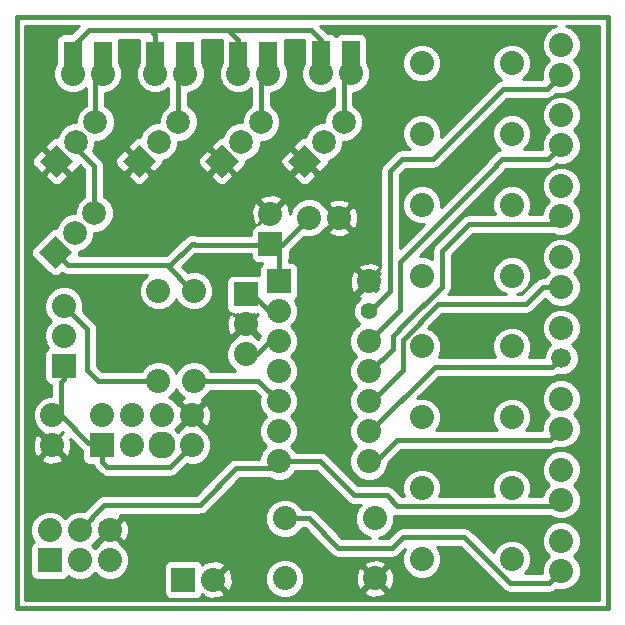
<source format=gtl>
G04 (created by PCBNEW-RS274X (2010-05-05 BZR 2356)-stable) date 13-12-2010 10:38:44*
G01*
G70*
G90*
%MOIN*%
G04 Gerber Fmt 3.4, Leading zero omitted, Abs format*
%FSLAX34Y34*%
G04 APERTURE LIST*
%ADD10C,0.006000*%
%ADD11C,0.015000*%
%ADD12R,0.080000X0.080000*%
%ADD13C,0.080000*%
%ADD14R,0.060000X0.118100*%
%ADD15C,0.066000*%
%ADD16C,0.090000*%
%ADD17C,0.055000*%
%ADD18C,0.078700*%
%ADD19C,0.016000*%
%ADD20C,0.010000*%
G04 APERTURE END LIST*
G54D10*
G54D11*
X10335Y-27756D02*
X30020Y-27756D01*
X10335Y-08071D02*
X10335Y-27756D01*
X30020Y-08071D02*
X10335Y-08071D01*
X30020Y-27756D02*
X30020Y-08071D01*
G54D12*
X17953Y-17307D03*
G54D13*
X17953Y-18307D03*
X17953Y-19307D03*
X22258Y-24776D03*
X22258Y-26776D03*
X19258Y-24776D03*
X19258Y-26776D03*
X17699Y-09944D03*
X18699Y-09944D03*
G54D14*
X17699Y-09444D03*
X18699Y-09444D03*
G54D13*
X20457Y-09943D03*
X21457Y-09943D03*
G54D14*
X20457Y-09443D03*
X21457Y-09443D03*
G54D13*
X14945Y-09944D03*
X15945Y-09944D03*
G54D14*
X14945Y-09444D03*
X15945Y-09444D03*
G54D13*
X12189Y-09945D03*
X13189Y-09945D03*
G54D14*
X12189Y-09445D03*
X13189Y-09445D03*
G54D12*
X15878Y-26811D03*
G54D13*
X16878Y-26811D03*
X28475Y-25515D03*
X28475Y-26515D03*
X28474Y-23151D03*
X28474Y-24151D03*
X28473Y-20791D03*
X28473Y-21791D03*
X28474Y-18428D03*
G54D15*
X28474Y-19428D03*
G54D13*
X28475Y-16064D03*
X28475Y-17064D03*
X28474Y-13705D03*
X28474Y-14705D03*
X28472Y-11341D03*
X28472Y-12341D03*
X28474Y-08980D03*
X28474Y-09980D03*
X20061Y-14752D03*
X21061Y-14752D03*
X16228Y-20191D03*
X16228Y-17191D03*
X23825Y-26130D03*
X26825Y-26130D03*
X15046Y-20190D03*
X15046Y-17190D03*
X23823Y-23766D03*
X26823Y-23766D03*
X23825Y-19042D03*
X26825Y-19042D03*
X23823Y-21406D03*
X26823Y-21406D03*
X23826Y-16681D03*
X26826Y-16681D03*
X23824Y-09594D03*
X26824Y-09594D03*
X23825Y-14318D03*
X26825Y-14318D03*
X23824Y-11955D03*
X26824Y-11955D03*
G54D12*
X13156Y-22341D03*
G54D13*
X13156Y-21341D03*
X14156Y-22341D03*
X14156Y-21341D03*
G54D16*
X15156Y-22341D03*
G54D13*
X15156Y-21341D03*
X16156Y-22341D03*
X16156Y-21341D03*
G54D12*
X11424Y-26170D03*
G54D13*
X11424Y-25170D03*
X12424Y-26170D03*
X12424Y-25170D03*
X13424Y-26170D03*
X13424Y-25170D03*
G54D12*
X11895Y-19691D03*
G54D13*
X11895Y-18691D03*
X11895Y-17691D03*
G54D12*
X19060Y-16875D03*
G54D13*
X19060Y-17875D03*
X19060Y-18875D03*
X19060Y-19875D03*
X19060Y-20875D03*
X19060Y-21875D03*
X19060Y-22875D03*
X22060Y-22875D03*
X22060Y-21875D03*
X22060Y-20875D03*
X22060Y-19875D03*
X22060Y-18875D03*
G54D17*
X22060Y-17875D03*
G54D13*
X22060Y-16875D03*
X11499Y-21339D03*
X11499Y-22339D03*
G54D10*
G36*
X11608Y-15347D02*
X12164Y-15903D01*
X11608Y-16459D01*
X11052Y-15903D01*
X11608Y-15347D01*
X11608Y-15347D01*
G37*
G54D18*
X12258Y-15253D03*
X12908Y-14603D03*
G54D10*
G36*
X11647Y-12314D02*
X12203Y-12870D01*
X11647Y-13426D01*
X11091Y-12870D01*
X11647Y-12314D01*
X11647Y-12314D01*
G37*
G54D18*
X12297Y-12220D03*
X12947Y-11570D03*
G54D10*
G36*
X14405Y-12312D02*
X14961Y-12868D01*
X14405Y-13424D01*
X13849Y-12868D01*
X14405Y-12312D01*
X14405Y-12312D01*
G37*
G54D18*
X15055Y-12218D03*
X15705Y-11568D03*
G54D10*
G36*
X17158Y-12313D02*
X17714Y-12869D01*
X17158Y-13425D01*
X16602Y-12869D01*
X17158Y-12313D01*
X17158Y-12313D01*
G37*
G54D18*
X17808Y-12219D03*
X18458Y-11569D03*
G54D10*
G36*
X19915Y-12312D02*
X20471Y-12868D01*
X19915Y-13424D01*
X19359Y-12868D01*
X19915Y-12312D01*
X19915Y-12312D01*
G37*
G54D18*
X20565Y-12218D03*
X21215Y-11568D03*
G54D12*
X18780Y-15622D03*
G54D13*
X18780Y-14614D03*
G54D19*
X12677Y-19829D02*
X12677Y-18473D01*
X13038Y-20190D02*
X12677Y-19829D01*
X15046Y-20190D02*
X13038Y-20190D01*
X12677Y-18473D02*
X11895Y-17691D01*
X16228Y-20191D02*
X18376Y-20191D01*
X18376Y-20191D02*
X19060Y-20875D01*
X12424Y-25170D02*
X13232Y-24331D01*
X20435Y-22875D02*
X21565Y-24005D01*
X23013Y-24370D02*
X28255Y-24370D01*
X28255Y-24370D02*
X28474Y-24151D01*
X21565Y-24005D02*
X22648Y-24005D01*
X18825Y-23110D02*
X19060Y-22875D01*
X16422Y-24322D02*
X17634Y-23110D01*
X15788Y-24331D02*
X16422Y-24322D01*
X22648Y-24005D02*
X23013Y-24370D01*
X15788Y-24331D02*
X13232Y-24331D01*
X17634Y-23110D02*
X18825Y-23110D01*
X19060Y-22875D02*
X20435Y-22875D01*
X26299Y-13031D02*
X26299Y-12993D01*
X26497Y-12795D02*
X28018Y-12795D01*
X26299Y-12993D02*
X26497Y-12795D01*
X24369Y-14961D02*
X23110Y-16220D01*
X23110Y-17835D02*
X23110Y-16220D01*
X22633Y-18302D02*
X22643Y-18302D01*
X22643Y-18302D02*
X23110Y-17835D01*
X24369Y-14961D02*
X26299Y-13031D01*
X22633Y-18302D02*
X22060Y-18875D01*
X22641Y-18294D02*
X22633Y-18302D01*
X28018Y-12795D02*
X28472Y-12341D01*
X22756Y-14252D02*
X22756Y-13189D01*
X23150Y-12795D02*
X24213Y-12795D01*
X22756Y-13189D02*
X23150Y-12795D01*
X27982Y-10472D02*
X28474Y-09980D01*
X24213Y-12795D02*
X26536Y-10472D01*
X22086Y-17875D02*
X22756Y-17205D01*
X22756Y-17205D02*
X22756Y-14252D01*
X22060Y-17875D02*
X22086Y-17875D01*
X26536Y-10472D02*
X27982Y-10472D01*
X24488Y-17047D02*
X24488Y-15867D01*
X28218Y-14961D02*
X28474Y-14705D01*
X25394Y-14961D02*
X28218Y-14961D01*
X24488Y-15867D02*
X25394Y-14961D01*
X22855Y-18680D02*
X23268Y-18267D01*
X22093Y-19875D02*
X22855Y-19113D01*
X22855Y-19113D02*
X22855Y-18680D01*
X22060Y-19875D02*
X22093Y-19875D01*
X23268Y-18267D02*
X24488Y-17047D01*
X22060Y-21875D02*
X22101Y-21875D01*
X24252Y-19724D02*
X28178Y-19724D01*
X22101Y-21875D02*
X24252Y-19724D01*
X28178Y-19724D02*
X28474Y-19428D01*
X27283Y-17638D02*
X27284Y-17638D01*
X27858Y-17064D02*
X28475Y-17064D01*
X27284Y-17638D02*
X27858Y-17064D01*
X23189Y-19528D02*
X23189Y-18819D01*
X26299Y-17638D02*
X27283Y-17638D01*
X23189Y-19843D02*
X22157Y-20875D01*
X22157Y-20875D02*
X22060Y-20875D01*
X23189Y-19528D02*
X23189Y-19843D01*
X23189Y-18819D02*
X24370Y-17638D01*
X24370Y-17638D02*
X26299Y-17638D01*
X18330Y-19307D02*
X18762Y-18875D01*
X17953Y-19307D02*
X18330Y-19307D01*
X18762Y-18875D02*
X19060Y-18875D01*
X17953Y-17307D02*
X18173Y-17307D01*
X18173Y-17307D02*
X18741Y-17875D01*
X18741Y-17875D02*
X19060Y-17875D01*
X12947Y-10187D02*
X13189Y-09945D01*
X13189Y-09945D02*
X13189Y-09445D01*
X12947Y-11570D02*
X12947Y-10187D01*
X15705Y-11568D02*
X15705Y-10184D01*
X15705Y-10184D02*
X15945Y-09944D01*
X15945Y-09944D02*
X15945Y-09444D01*
X18458Y-11569D02*
X18458Y-10185D01*
X18699Y-09944D02*
X18699Y-09444D01*
X18458Y-10185D02*
X18699Y-09944D01*
X21215Y-10185D02*
X21457Y-09943D01*
X21215Y-11568D02*
X21215Y-10185D01*
X21457Y-09943D02*
X21457Y-09443D01*
X11790Y-21339D02*
X11790Y-20239D01*
X13347Y-23071D02*
X15426Y-23071D01*
X11790Y-21339D02*
X11499Y-21339D01*
X11895Y-19691D02*
X11895Y-20134D01*
X11790Y-20239D02*
X11895Y-20134D01*
X15426Y-23071D02*
X16156Y-22341D01*
X13156Y-22341D02*
X13156Y-22880D01*
X13060Y-22245D02*
X13156Y-22341D01*
X11790Y-21339D02*
X12696Y-22245D01*
X12696Y-22245D02*
X13060Y-22245D01*
X13156Y-22880D02*
X13347Y-23071D01*
X25236Y-25394D02*
X26771Y-26929D01*
X20051Y-24776D02*
X21023Y-25748D01*
X23188Y-25394D02*
X25236Y-25394D01*
X22834Y-25748D02*
X23188Y-25394D01*
X21023Y-25748D02*
X22834Y-25748D01*
X28061Y-26929D02*
X28475Y-26515D01*
X26771Y-26929D02*
X28061Y-26929D01*
X19258Y-24776D02*
X20051Y-24776D01*
X22060Y-22875D02*
X22283Y-22875D01*
X22993Y-22165D02*
X28099Y-22165D01*
X22283Y-22875D02*
X22993Y-22165D01*
X28099Y-22165D02*
X28473Y-21791D01*
X12297Y-12220D02*
X12297Y-12415D01*
X12908Y-13026D02*
X12908Y-14603D01*
X12297Y-12415D02*
X12908Y-13026D01*
X16228Y-17191D02*
X16168Y-17191D01*
X16168Y-17191D02*
X15316Y-16339D01*
X11608Y-15903D02*
X11611Y-15903D01*
X15433Y-16339D02*
X15316Y-16339D01*
X15316Y-16339D02*
X12839Y-16339D01*
X12839Y-16339D02*
X12555Y-16339D01*
X18001Y-15645D02*
X16256Y-15645D01*
X16256Y-15645D02*
X16228Y-15617D01*
X19060Y-15645D02*
X18001Y-15645D01*
X16155Y-15617D02*
X15433Y-16339D01*
X16228Y-15617D02*
X16155Y-15617D01*
X11611Y-15903D02*
X12047Y-16339D01*
X12047Y-16339D02*
X12555Y-16339D01*
X18780Y-15622D02*
X19191Y-15622D01*
X19191Y-15622D02*
X20061Y-14752D01*
X20457Y-09943D02*
X20457Y-09443D01*
X12189Y-09945D02*
X12189Y-09445D01*
X14945Y-09944D02*
X14945Y-09444D01*
X20457Y-09943D02*
X20457Y-08843D01*
X20457Y-08843D02*
X20118Y-08504D01*
X17699Y-09944D02*
X17699Y-08841D01*
X17699Y-08841D02*
X17362Y-08504D01*
X14945Y-09944D02*
X14945Y-08646D01*
X14945Y-08646D02*
X14803Y-08504D01*
X12189Y-09945D02*
X12189Y-09031D01*
X12189Y-09031D02*
X12716Y-08504D01*
X12716Y-08504D02*
X14803Y-08504D01*
X14803Y-08504D02*
X17362Y-08504D01*
X17362Y-08504D02*
X20118Y-08504D01*
X17699Y-09944D02*
X17699Y-09444D01*
X19060Y-15645D02*
X19060Y-16875D01*
X19168Y-15645D02*
X19060Y-15645D01*
X20061Y-14752D02*
X19168Y-15645D01*
G54D20*
X10610Y-08346D02*
X12407Y-08346D01*
X20426Y-08346D02*
X28308Y-08346D01*
X28639Y-08346D02*
X29745Y-08346D01*
X10610Y-08426D02*
X12327Y-08426D01*
X20506Y-08426D02*
X28116Y-08426D01*
X28833Y-08426D02*
X29745Y-08426D01*
X10610Y-08506D02*
X12247Y-08506D01*
X20586Y-08506D02*
X28030Y-08506D01*
X28918Y-08506D02*
X29745Y-08506D01*
X10610Y-08586D02*
X12167Y-08586D01*
X20666Y-08586D02*
X27950Y-08586D01*
X28998Y-08586D02*
X29745Y-08586D01*
X10610Y-08666D02*
X11726Y-08666D01*
X20922Y-08666D02*
X20992Y-08666D01*
X21922Y-08666D02*
X27902Y-08666D01*
X29047Y-08666D02*
X29745Y-08666D01*
X10610Y-08746D02*
X11665Y-08746D01*
X21983Y-08746D02*
X27869Y-08746D01*
X29080Y-08746D02*
X29745Y-08746D01*
X10610Y-08826D02*
X11640Y-08826D01*
X22006Y-08826D02*
X27836Y-08826D01*
X29113Y-08826D02*
X29745Y-08826D01*
X10610Y-08906D02*
X11640Y-08906D01*
X13738Y-08906D02*
X14396Y-08906D01*
X16494Y-08906D02*
X17150Y-08906D01*
X19248Y-08906D02*
X19908Y-08906D01*
X22006Y-08906D02*
X27825Y-08906D01*
X29123Y-08906D02*
X29745Y-08906D01*
X10610Y-08986D02*
X11640Y-08986D01*
X13738Y-08986D02*
X14396Y-08986D01*
X16494Y-08986D02*
X17150Y-08986D01*
X19248Y-08986D02*
X19908Y-08986D01*
X22006Y-08986D02*
X23597Y-08986D01*
X24052Y-08986D02*
X26597Y-08986D01*
X27052Y-08986D02*
X27825Y-08986D01*
X29123Y-08986D02*
X29745Y-08986D01*
X10610Y-09066D02*
X11640Y-09066D01*
X13738Y-09066D02*
X14396Y-09066D01*
X16494Y-09066D02*
X17150Y-09066D01*
X19248Y-09066D02*
X19908Y-09066D01*
X22006Y-09066D02*
X23434Y-09066D01*
X24214Y-09066D02*
X26434Y-09066D01*
X27214Y-09066D02*
X27825Y-09066D01*
X29123Y-09066D02*
X29745Y-09066D01*
X10610Y-09146D02*
X11640Y-09146D01*
X13738Y-09146D02*
X14396Y-09146D01*
X16494Y-09146D02*
X17150Y-09146D01*
X19248Y-09146D02*
X19908Y-09146D01*
X22006Y-09146D02*
X23354Y-09146D01*
X24294Y-09146D02*
X26354Y-09146D01*
X27294Y-09146D02*
X27840Y-09146D01*
X29107Y-09146D02*
X29745Y-09146D01*
X10610Y-09226D02*
X11640Y-09226D01*
X13738Y-09226D02*
X14396Y-09226D01*
X16494Y-09226D02*
X17150Y-09226D01*
X19248Y-09226D02*
X19908Y-09226D01*
X22006Y-09226D02*
X23274Y-09226D01*
X24374Y-09226D02*
X26274Y-09226D01*
X27374Y-09226D02*
X27873Y-09226D01*
X29074Y-09226D02*
X29745Y-09226D01*
X10610Y-09306D02*
X11640Y-09306D01*
X13738Y-09306D02*
X14396Y-09306D01*
X16494Y-09306D02*
X17150Y-09306D01*
X19248Y-09306D02*
X19908Y-09306D01*
X22006Y-09306D02*
X23241Y-09306D01*
X24408Y-09306D02*
X26241Y-09306D01*
X27408Y-09306D02*
X27906Y-09306D01*
X29041Y-09306D02*
X29745Y-09306D01*
X10610Y-09386D02*
X11640Y-09386D01*
X13738Y-09386D02*
X14396Y-09386D01*
X16494Y-09386D02*
X17150Y-09386D01*
X19248Y-09386D02*
X19908Y-09386D01*
X22006Y-09386D02*
X23208Y-09386D01*
X24441Y-09386D02*
X26208Y-09386D01*
X27441Y-09386D02*
X27961Y-09386D01*
X28986Y-09386D02*
X29745Y-09386D01*
X10610Y-09466D02*
X11640Y-09466D01*
X13738Y-09466D02*
X14396Y-09466D01*
X16494Y-09466D02*
X17150Y-09466D01*
X19248Y-09466D02*
X19908Y-09466D01*
X22006Y-09466D02*
X23175Y-09466D01*
X24473Y-09466D02*
X26175Y-09466D01*
X27473Y-09466D02*
X28041Y-09466D01*
X28906Y-09466D02*
X29745Y-09466D01*
X10610Y-09546D02*
X11640Y-09546D01*
X13738Y-09546D02*
X14396Y-09546D01*
X16494Y-09546D02*
X17150Y-09546D01*
X19248Y-09546D02*
X19908Y-09546D01*
X22006Y-09546D02*
X23175Y-09546D01*
X24473Y-09546D02*
X26175Y-09546D01*
X27473Y-09546D02*
X27990Y-09546D01*
X28958Y-09546D02*
X29745Y-09546D01*
X10610Y-09626D02*
X11619Y-09626D01*
X13760Y-09626D02*
X14375Y-09626D01*
X16516Y-09626D02*
X17129Y-09626D01*
X19270Y-09626D02*
X19886Y-09626D01*
X22029Y-09626D02*
X23175Y-09626D01*
X24473Y-09626D02*
X26175Y-09626D01*
X27473Y-09626D02*
X27919Y-09626D01*
X29030Y-09626D02*
X29745Y-09626D01*
X10610Y-09706D02*
X11586Y-09706D01*
X13793Y-09706D02*
X14342Y-09706D01*
X16549Y-09706D02*
X17096Y-09706D01*
X19303Y-09706D02*
X19853Y-09706D01*
X22062Y-09706D02*
X23175Y-09706D01*
X24473Y-09706D02*
X26175Y-09706D01*
X27473Y-09706D02*
X27886Y-09706D01*
X29063Y-09706D02*
X29745Y-09706D01*
X10610Y-09786D02*
X11553Y-09786D01*
X13826Y-09786D02*
X14309Y-09786D01*
X16582Y-09786D02*
X17063Y-09786D01*
X19336Y-09786D02*
X19820Y-09786D01*
X22095Y-09786D02*
X23201Y-09786D01*
X24446Y-09786D02*
X26201Y-09786D01*
X27446Y-09786D02*
X27852Y-09786D01*
X29097Y-09786D02*
X29745Y-09786D01*
X10610Y-09866D02*
X11540Y-09866D01*
X13838Y-09866D02*
X14296Y-09866D01*
X16594Y-09866D02*
X17050Y-09866D01*
X19348Y-09866D02*
X19808Y-09866D01*
X22106Y-09866D02*
X23234Y-09866D01*
X24413Y-09866D02*
X26234Y-09866D01*
X27413Y-09866D02*
X27825Y-09866D01*
X29123Y-09866D02*
X29745Y-09866D01*
X10610Y-09946D02*
X11540Y-09946D01*
X13838Y-09946D02*
X14296Y-09946D01*
X16594Y-09946D02*
X17050Y-09946D01*
X19348Y-09946D02*
X19808Y-09946D01*
X22106Y-09946D02*
X23267Y-09946D01*
X24380Y-09946D02*
X26267Y-09946D01*
X27380Y-09946D02*
X27825Y-09946D01*
X29123Y-09946D02*
X29745Y-09946D01*
X10610Y-10026D02*
X11540Y-10026D01*
X13838Y-10026D02*
X14296Y-10026D01*
X16594Y-10026D02*
X17050Y-10026D01*
X19348Y-10026D02*
X19808Y-10026D01*
X22106Y-10026D02*
X23338Y-10026D01*
X24310Y-10026D02*
X26338Y-10026D01*
X27310Y-10026D02*
X27825Y-10026D01*
X29123Y-10026D02*
X29745Y-10026D01*
X10610Y-10106D02*
X11553Y-10106D01*
X13824Y-10106D02*
X14309Y-10106D01*
X16580Y-10106D02*
X17063Y-10106D01*
X19334Y-10106D02*
X19822Y-10106D01*
X22091Y-10106D02*
X23418Y-10106D01*
X24230Y-10106D02*
X26418Y-10106D01*
X27230Y-10106D02*
X27825Y-10106D01*
X29123Y-10106D02*
X29745Y-10106D01*
X10610Y-10186D02*
X11586Y-10186D01*
X13791Y-10186D02*
X14342Y-10186D01*
X16547Y-10186D02*
X17096Y-10186D01*
X19301Y-10186D02*
X19855Y-10186D01*
X22058Y-10186D02*
X23557Y-10186D01*
X24090Y-10186D02*
X26381Y-10186D01*
X29091Y-10186D02*
X29745Y-10186D01*
X10610Y-10266D02*
X11619Y-10266D01*
X13758Y-10266D02*
X14375Y-10266D01*
X16514Y-10266D02*
X17129Y-10266D01*
X19268Y-10266D02*
X19888Y-10266D01*
X22025Y-10266D02*
X26276Y-10266D01*
X29057Y-10266D02*
X29745Y-10266D01*
X10610Y-10346D02*
X11672Y-10346D01*
X13706Y-10346D02*
X14429Y-10346D01*
X16461Y-10346D02*
X17183Y-10346D01*
X19215Y-10346D02*
X19942Y-10346D01*
X21972Y-10346D02*
X26196Y-10346D01*
X29024Y-10346D02*
X29745Y-10346D01*
X10610Y-10426D02*
X11752Y-10426D01*
X13626Y-10426D02*
X14509Y-10426D01*
X16381Y-10426D02*
X17263Y-10426D01*
X19135Y-10426D02*
X20022Y-10426D01*
X21892Y-10426D02*
X26116Y-10426D01*
X28946Y-10426D02*
X29745Y-10426D01*
X10610Y-10506D02*
X11847Y-10506D01*
X12530Y-10506D02*
X12617Y-10506D01*
X13530Y-10506D02*
X14605Y-10506D01*
X15284Y-10506D02*
X15375Y-10506D01*
X16284Y-10506D02*
X17359Y-10506D01*
X18038Y-10506D02*
X18128Y-10506D01*
X19038Y-10506D02*
X20120Y-10506D01*
X20793Y-10506D02*
X20885Y-10506D01*
X21793Y-10506D02*
X26036Y-10506D01*
X28866Y-10506D02*
X29745Y-10506D01*
X10610Y-10586D02*
X12040Y-10586D01*
X12337Y-10586D02*
X12617Y-10586D01*
X13337Y-10586D02*
X14799Y-10586D01*
X15090Y-10586D02*
X15375Y-10586D01*
X16090Y-10586D02*
X17553Y-10586D01*
X17844Y-10586D02*
X18128Y-10586D01*
X18844Y-10586D02*
X20313Y-10586D01*
X20600Y-10586D02*
X20885Y-10586D01*
X21600Y-10586D02*
X25956Y-10586D01*
X28706Y-10586D02*
X29745Y-10586D01*
X10610Y-10666D02*
X12617Y-10666D01*
X13277Y-10666D02*
X15375Y-10666D01*
X16035Y-10666D02*
X18128Y-10666D01*
X18788Y-10666D02*
X20885Y-10666D01*
X21545Y-10666D02*
X25876Y-10666D01*
X28253Y-10666D02*
X29745Y-10666D01*
X10610Y-10746D02*
X12617Y-10746D01*
X13277Y-10746D02*
X15375Y-10746D01*
X16035Y-10746D02*
X18128Y-10746D01*
X18788Y-10746D02*
X20885Y-10746D01*
X21545Y-10746D02*
X25796Y-10746D01*
X28154Y-10746D02*
X28213Y-10746D01*
X28732Y-10746D02*
X29745Y-10746D01*
X10610Y-10826D02*
X12617Y-10826D01*
X13277Y-10826D02*
X15375Y-10826D01*
X16035Y-10826D02*
X18128Y-10826D01*
X18788Y-10826D02*
X20885Y-10826D01*
X21545Y-10826D02*
X25716Y-10826D01*
X26648Y-10826D02*
X28069Y-10826D01*
X28875Y-10826D02*
X29745Y-10826D01*
X10610Y-10906D02*
X12617Y-10906D01*
X13277Y-10906D02*
X15375Y-10906D01*
X16035Y-10906D02*
X18128Y-10906D01*
X18788Y-10906D02*
X20885Y-10906D01*
X21545Y-10906D02*
X25636Y-10906D01*
X26568Y-10906D02*
X27989Y-10906D01*
X28955Y-10906D02*
X29745Y-10906D01*
X10610Y-10986D02*
X12617Y-10986D01*
X13277Y-10986D02*
X15375Y-10986D01*
X16035Y-10986D02*
X18128Y-10986D01*
X18788Y-10986D02*
X20885Y-10986D01*
X21545Y-10986D02*
X25556Y-10986D01*
X26488Y-10986D02*
X27917Y-10986D01*
X29028Y-10986D02*
X29745Y-10986D01*
X10610Y-11066D02*
X12543Y-11066D01*
X13352Y-11066D02*
X15299Y-11066D01*
X16112Y-11066D02*
X18053Y-11066D01*
X18864Y-11066D02*
X20809Y-11066D01*
X21622Y-11066D02*
X25476Y-11066D01*
X26408Y-11066D02*
X27884Y-11066D01*
X29061Y-11066D02*
X29745Y-11066D01*
X10610Y-11146D02*
X12463Y-11146D01*
X13432Y-11146D02*
X15219Y-11146D01*
X16192Y-11146D02*
X17973Y-11146D01*
X18944Y-11146D02*
X20729Y-11146D01*
X21702Y-11146D02*
X25396Y-11146D01*
X26328Y-11146D02*
X27851Y-11146D01*
X29094Y-11146D02*
X29745Y-11146D01*
X10610Y-11226D02*
X12395Y-11226D01*
X13500Y-11226D02*
X15152Y-11226D01*
X16259Y-11226D02*
X17905Y-11226D01*
X19012Y-11226D02*
X20662Y-11226D01*
X21769Y-11226D02*
X25316Y-11226D01*
X26248Y-11226D02*
X27823Y-11226D01*
X29121Y-11226D02*
X29745Y-11226D01*
X10610Y-11306D02*
X12361Y-11306D01*
X13534Y-11306D02*
X15118Y-11306D01*
X16292Y-11306D02*
X17872Y-11306D01*
X19045Y-11306D02*
X20628Y-11306D01*
X21802Y-11306D02*
X23695Y-11306D01*
X23954Y-11306D02*
X25236Y-11306D01*
X26168Y-11306D02*
X26695Y-11306D01*
X26954Y-11306D02*
X27823Y-11306D01*
X29121Y-11306D02*
X29745Y-11306D01*
X10610Y-11386D02*
X12328Y-11386D01*
X13567Y-11386D02*
X15085Y-11386D01*
X16326Y-11386D02*
X17838Y-11386D01*
X19078Y-11386D02*
X20595Y-11386D01*
X21836Y-11386D02*
X23502Y-11386D01*
X24147Y-11386D02*
X25156Y-11386D01*
X26088Y-11386D02*
X26502Y-11386D01*
X27147Y-11386D02*
X27823Y-11386D01*
X29121Y-11386D02*
X29745Y-11386D01*
X10610Y-11466D02*
X12304Y-11466D01*
X13590Y-11466D02*
X15062Y-11466D01*
X16348Y-11466D02*
X17815Y-11466D01*
X19101Y-11466D02*
X20572Y-11466D01*
X21858Y-11466D02*
X23395Y-11466D01*
X24253Y-11466D02*
X25076Y-11466D01*
X26008Y-11466D02*
X26395Y-11466D01*
X27253Y-11466D02*
X27823Y-11466D01*
X29121Y-11466D02*
X29745Y-11466D01*
X10610Y-11546D02*
X12304Y-11546D01*
X13590Y-11546D02*
X15062Y-11546D01*
X16348Y-11546D02*
X17815Y-11546D01*
X19101Y-11546D02*
X20572Y-11546D01*
X21858Y-11546D02*
X23315Y-11546D01*
X24333Y-11546D02*
X24996Y-11546D01*
X25928Y-11546D02*
X26315Y-11546D01*
X27333Y-11546D02*
X27854Y-11546D01*
X29089Y-11546D02*
X29745Y-11546D01*
X10610Y-11626D02*
X12052Y-11626D01*
X13590Y-11626D02*
X14806Y-11626D01*
X16348Y-11626D02*
X17561Y-11626D01*
X19101Y-11626D02*
X20316Y-11626D01*
X21858Y-11626D02*
X23258Y-11626D01*
X24391Y-11626D02*
X24916Y-11626D01*
X25848Y-11626D02*
X26258Y-11626D01*
X27391Y-11626D02*
X27887Y-11626D01*
X29056Y-11626D02*
X29745Y-11626D01*
X10610Y-11706D02*
X11903Y-11706D01*
X13587Y-11706D02*
X14659Y-11706D01*
X16344Y-11706D02*
X17413Y-11706D01*
X19097Y-11706D02*
X20169Y-11706D01*
X21854Y-11706D02*
X23225Y-11706D01*
X24424Y-11706D02*
X24836Y-11706D01*
X25768Y-11706D02*
X26225Y-11706D01*
X27424Y-11706D02*
X27920Y-11706D01*
X29023Y-11706D02*
X29745Y-11706D01*
X10610Y-11786D02*
X11823Y-11786D01*
X13553Y-11786D02*
X14579Y-11786D01*
X16310Y-11786D02*
X17333Y-11786D01*
X19064Y-11786D02*
X20089Y-11786D01*
X21820Y-11786D02*
X23192Y-11786D01*
X24457Y-11786D02*
X24756Y-11786D01*
X25688Y-11786D02*
X26192Y-11786D01*
X27457Y-11786D02*
X27998Y-11786D01*
X28944Y-11786D02*
X29745Y-11786D01*
X10610Y-11866D02*
X11749Y-11866D01*
X13519Y-11866D02*
X14506Y-11866D01*
X16277Y-11866D02*
X17259Y-11866D01*
X19030Y-11866D02*
X20016Y-11866D01*
X21787Y-11866D02*
X23175Y-11866D01*
X24473Y-11866D02*
X24676Y-11866D01*
X25608Y-11866D02*
X26175Y-11866D01*
X27473Y-11866D02*
X28029Y-11866D01*
X28916Y-11866D02*
X29745Y-11866D01*
X10610Y-11946D02*
X11715Y-11946D01*
X13479Y-11946D02*
X14472Y-11946D01*
X16235Y-11946D02*
X17226Y-11946D01*
X18989Y-11946D02*
X19982Y-11946D01*
X21745Y-11946D02*
X23175Y-11946D01*
X24473Y-11946D02*
X24596Y-11946D01*
X25528Y-11946D02*
X26175Y-11946D01*
X27473Y-11946D02*
X27949Y-11946D01*
X28996Y-11946D02*
X29745Y-11946D01*
X10610Y-12026D02*
X11681Y-12026D01*
X13399Y-12026D02*
X14438Y-12026D01*
X16155Y-12026D02*
X17192Y-12026D01*
X18909Y-12026D02*
X19948Y-12026D01*
X21665Y-12026D02*
X23175Y-12026D01*
X24473Y-12026D02*
X24516Y-12026D01*
X25448Y-12026D02*
X26175Y-12026D01*
X27473Y-12026D02*
X27901Y-12026D01*
X29044Y-12026D02*
X29745Y-12026D01*
X10610Y-12106D02*
X11503Y-12106D01*
X13319Y-12106D02*
X14259Y-12106D01*
X16075Y-12106D02*
X17013Y-12106D01*
X18829Y-12106D02*
X19769Y-12106D01*
X21585Y-12106D02*
X23184Y-12106D01*
X25368Y-12106D02*
X26184Y-12106D01*
X27463Y-12106D02*
X27867Y-12106D01*
X29078Y-12106D02*
X29745Y-12106D01*
X10610Y-12186D02*
X11423Y-12186D01*
X13139Y-12186D02*
X14179Y-12186D01*
X15892Y-12186D02*
X16933Y-12186D01*
X18647Y-12186D02*
X19689Y-12186D01*
X21402Y-12186D02*
X23217Y-12186D01*
X25288Y-12186D02*
X26217Y-12186D01*
X27430Y-12186D02*
X27834Y-12186D01*
X29111Y-12186D02*
X29745Y-12186D01*
X10610Y-12266D02*
X11343Y-12266D01*
X12940Y-12266D02*
X14099Y-12266D01*
X15698Y-12266D02*
X16853Y-12266D01*
X18451Y-12266D02*
X19609Y-12266D01*
X21208Y-12266D02*
X23250Y-12266D01*
X25208Y-12266D02*
X26250Y-12266D01*
X27397Y-12266D02*
X27823Y-12266D01*
X29121Y-12266D02*
X29745Y-12266D01*
X10610Y-12346D02*
X11272Y-12346D01*
X12940Y-12346D02*
X14030Y-12346D01*
X15698Y-12346D02*
X16783Y-12346D01*
X18451Y-12346D02*
X19540Y-12346D01*
X21208Y-12346D02*
X23297Y-12346D01*
X25128Y-12346D02*
X26297Y-12346D01*
X27350Y-12346D02*
X27823Y-12346D01*
X29121Y-12346D02*
X29745Y-12346D01*
X10610Y-12426D02*
X11274Y-12426D01*
X12907Y-12426D02*
X14034Y-12426D01*
X15664Y-12426D02*
X16786Y-12426D01*
X18418Y-12426D02*
X19544Y-12426D01*
X21174Y-12426D02*
X23377Y-12426D01*
X25048Y-12426D02*
X26377Y-12426D01*
X27270Y-12426D02*
X27823Y-12426D01*
X29121Y-12426D02*
X29745Y-12426D01*
X10610Y-12506D02*
X11103Y-12506D01*
X11212Y-12506D02*
X11354Y-12506D01*
X12873Y-12506D02*
X13859Y-12506D01*
X13972Y-12506D02*
X14114Y-12506D01*
X15631Y-12506D02*
X16613Y-12506D01*
X16724Y-12506D02*
X16866Y-12506D01*
X18384Y-12506D02*
X19369Y-12506D01*
X19482Y-12506D02*
X19624Y-12506D01*
X21141Y-12506D02*
X23000Y-12506D01*
X24968Y-12506D02*
X26347Y-12506D01*
X29106Y-12506D02*
X29745Y-12506D01*
X10610Y-12586D02*
X11023Y-12586D01*
X11292Y-12586D02*
X11434Y-12586D01*
X12934Y-12586D02*
X13779Y-12586D01*
X14052Y-12586D02*
X14194Y-12586D01*
X15595Y-12586D02*
X16533Y-12586D01*
X16804Y-12586D02*
X16946Y-12586D01*
X18349Y-12586D02*
X19289Y-12586D01*
X19562Y-12586D02*
X19704Y-12586D01*
X21105Y-12586D02*
X22893Y-12586D01*
X24888Y-12586D02*
X26240Y-12586D01*
X29072Y-12586D02*
X29745Y-12586D01*
X10610Y-12666D02*
X10943Y-12666D01*
X11372Y-12666D02*
X11514Y-12666D01*
X11779Y-12666D02*
X11780Y-12666D01*
X13014Y-12666D02*
X13699Y-12666D01*
X14132Y-12666D02*
X14274Y-12666D01*
X14535Y-12666D02*
X14536Y-12666D01*
X15515Y-12666D02*
X16453Y-12666D01*
X16884Y-12666D02*
X17026Y-12666D01*
X17289Y-12666D02*
X17290Y-12666D01*
X18269Y-12666D02*
X19209Y-12666D01*
X19642Y-12666D02*
X19784Y-12666D01*
X20045Y-12666D02*
X20046Y-12666D01*
X21025Y-12666D02*
X22813Y-12666D01*
X24808Y-12666D02*
X26160Y-12666D01*
X29039Y-12666D02*
X29745Y-12666D01*
X10610Y-12746D02*
X10873Y-12746D01*
X11452Y-12746D02*
X11594Y-12746D01*
X11699Y-12746D02*
X11700Y-12746D01*
X13094Y-12746D02*
X13631Y-12746D01*
X14212Y-12746D02*
X14354Y-12746D01*
X14455Y-12746D02*
X14456Y-12746D01*
X15435Y-12746D02*
X16384Y-12746D01*
X16964Y-12746D02*
X17106Y-12746D01*
X17209Y-12746D02*
X17210Y-12746D01*
X18189Y-12746D02*
X19141Y-12746D01*
X19722Y-12746D02*
X19864Y-12746D01*
X19965Y-12746D02*
X19966Y-12746D01*
X20945Y-12746D02*
X22733Y-12746D01*
X24728Y-12746D02*
X26080Y-12746D01*
X28985Y-12746D02*
X29745Y-12746D01*
X10610Y-12826D02*
X10842Y-12826D01*
X11532Y-12826D02*
X11674Y-12826D01*
X13164Y-12826D02*
X13600Y-12826D01*
X14292Y-12826D02*
X14434Y-12826D01*
X15265Y-12826D02*
X16353Y-12826D01*
X17044Y-12826D02*
X17186Y-12826D01*
X18021Y-12826D02*
X19110Y-12826D01*
X19802Y-12826D02*
X19944Y-12826D01*
X20775Y-12826D02*
X22653Y-12826D01*
X24648Y-12826D02*
X26022Y-12826D01*
X28905Y-12826D02*
X29745Y-12826D01*
X10610Y-12906D02*
X10842Y-12906D01*
X11540Y-12906D02*
X11754Y-12906D01*
X13214Y-12906D02*
X13600Y-12906D01*
X14296Y-12906D02*
X14514Y-12906D01*
X15210Y-12906D02*
X16353Y-12906D01*
X17050Y-12906D02*
X17266Y-12906D01*
X17963Y-12906D02*
X19110Y-12906D01*
X19806Y-12906D02*
X20024Y-12906D01*
X20720Y-12906D02*
X22573Y-12906D01*
X24568Y-12906D02*
X25957Y-12906D01*
X28803Y-12906D02*
X29745Y-12906D01*
X10610Y-12986D02*
X10869Y-12986D01*
X11460Y-12986D02*
X11602Y-12986D01*
X11692Y-12986D02*
X11834Y-12986D01*
X13230Y-12986D02*
X13628Y-12986D01*
X14216Y-12986D02*
X14358Y-12986D01*
X14452Y-12986D02*
X14594Y-12986D01*
X15181Y-12986D02*
X16381Y-12986D01*
X16970Y-12986D02*
X17112Y-12986D01*
X17204Y-12986D02*
X17346Y-12986D01*
X17934Y-12986D02*
X19138Y-12986D01*
X19726Y-12986D02*
X19868Y-12986D01*
X19962Y-12986D02*
X20104Y-12986D01*
X20691Y-12986D02*
X22503Y-12986D01*
X24488Y-12986D02*
X25877Y-12986D01*
X28292Y-12986D02*
X28333Y-12986D01*
X28610Y-12986D02*
X29745Y-12986D01*
X10610Y-13066D02*
X10935Y-13066D01*
X11380Y-13066D02*
X11522Y-13066D01*
X11772Y-13066D02*
X11914Y-13066D01*
X12359Y-13066D02*
X12481Y-13066D01*
X13238Y-13066D02*
X13695Y-13066D01*
X14136Y-13066D02*
X14278Y-13066D01*
X14532Y-13066D02*
X14674Y-13066D01*
X15115Y-13066D02*
X16447Y-13066D01*
X16890Y-13066D02*
X17032Y-13066D01*
X17284Y-13066D02*
X17426Y-13066D01*
X17869Y-13066D02*
X19205Y-13066D01*
X19646Y-13066D02*
X19788Y-13066D01*
X20042Y-13066D02*
X20184Y-13066D01*
X20625Y-13066D02*
X22451Y-13066D01*
X24390Y-13066D02*
X25797Y-13066D01*
X28195Y-13066D02*
X28321Y-13066D01*
X28628Y-13066D02*
X29745Y-13066D01*
X10610Y-13146D02*
X11014Y-13146D01*
X11300Y-13146D02*
X11442Y-13146D01*
X11852Y-13146D02*
X11994Y-13146D01*
X12279Y-13146D02*
X12561Y-13146D01*
X13238Y-13146D02*
X13774Y-13146D01*
X14056Y-13146D02*
X14198Y-13146D01*
X14612Y-13146D02*
X14754Y-13146D01*
X15035Y-13146D02*
X16526Y-13146D01*
X16810Y-13146D02*
X16952Y-13146D01*
X17364Y-13146D02*
X17506Y-13146D01*
X17789Y-13146D02*
X19284Y-13146D01*
X19566Y-13146D02*
X19708Y-13146D01*
X20122Y-13146D02*
X20264Y-13146D01*
X20545Y-13146D02*
X22435Y-13146D01*
X23265Y-13146D02*
X25717Y-13146D01*
X26611Y-13146D02*
X28128Y-13146D01*
X28821Y-13146D02*
X29745Y-13146D01*
X10610Y-13226D02*
X11094Y-13226D01*
X11220Y-13226D02*
X11362Y-13226D01*
X11932Y-13226D02*
X12074Y-13226D01*
X12199Y-13226D02*
X12578Y-13226D01*
X13238Y-13226D02*
X13854Y-13226D01*
X13976Y-13226D02*
X14118Y-13226D01*
X14692Y-13226D02*
X14834Y-13226D01*
X14955Y-13226D02*
X16606Y-13226D01*
X16730Y-13226D02*
X16872Y-13226D01*
X17444Y-13226D02*
X17586Y-13226D01*
X17709Y-13226D02*
X19364Y-13226D01*
X19486Y-13226D02*
X19628Y-13226D01*
X20202Y-13226D02*
X20344Y-13226D01*
X20465Y-13226D02*
X22426Y-13226D01*
X23185Y-13226D02*
X25637Y-13226D01*
X26557Y-13226D02*
X28035Y-13226D01*
X28913Y-13226D02*
X29745Y-13226D01*
X10610Y-13306D02*
X11282Y-13306D01*
X12012Y-13306D02*
X12578Y-13306D01*
X13238Y-13306D02*
X14038Y-13306D01*
X14772Y-13306D02*
X16792Y-13306D01*
X17524Y-13306D02*
X19548Y-13306D01*
X20282Y-13306D02*
X22426Y-13306D01*
X23105Y-13306D02*
X25557Y-13306D01*
X26490Y-13306D02*
X27955Y-13306D01*
X28993Y-13306D02*
X29745Y-13306D01*
X10610Y-13386D02*
X11272Y-13386D01*
X12022Y-13386D02*
X12578Y-13386D01*
X13238Y-13386D02*
X14030Y-13386D01*
X14780Y-13386D02*
X16783Y-13386D01*
X17533Y-13386D02*
X19540Y-13386D01*
X20290Y-13386D02*
X22426Y-13386D01*
X23086Y-13386D02*
X25477Y-13386D01*
X26410Y-13386D02*
X27904Y-13386D01*
X29045Y-13386D02*
X29745Y-13386D01*
X10610Y-13466D02*
X11334Y-13466D01*
X11959Y-13466D02*
X12578Y-13466D01*
X13238Y-13466D02*
X14094Y-13466D01*
X14715Y-13466D02*
X16846Y-13466D01*
X17469Y-13466D02*
X19604Y-13466D01*
X20225Y-13466D02*
X22426Y-13466D01*
X23086Y-13466D02*
X25397Y-13466D01*
X26330Y-13466D02*
X27871Y-13466D01*
X29078Y-13466D02*
X29745Y-13466D01*
X10610Y-13546D02*
X11414Y-13546D01*
X11879Y-13546D02*
X12578Y-13546D01*
X13238Y-13546D02*
X14174Y-13546D01*
X14635Y-13546D02*
X16926Y-13546D01*
X17389Y-13546D02*
X19684Y-13546D01*
X20145Y-13546D02*
X22426Y-13546D01*
X23086Y-13546D02*
X25317Y-13546D01*
X26250Y-13546D02*
X27838Y-13546D01*
X29111Y-13546D02*
X29745Y-13546D01*
X10610Y-13626D02*
X11495Y-13626D01*
X11799Y-13626D02*
X12578Y-13626D01*
X13238Y-13626D02*
X14255Y-13626D01*
X14555Y-13626D02*
X17007Y-13626D01*
X17309Y-13626D02*
X19765Y-13626D01*
X20065Y-13626D02*
X22426Y-13626D01*
X23086Y-13626D02*
X25237Y-13626D01*
X26170Y-13626D02*
X27825Y-13626D01*
X29123Y-13626D02*
X29745Y-13626D01*
X10610Y-13706D02*
X12578Y-13706D01*
X13238Y-13706D02*
X22426Y-13706D01*
X23086Y-13706D02*
X23607Y-13706D01*
X24044Y-13706D02*
X25157Y-13706D01*
X26090Y-13706D02*
X26607Y-13706D01*
X27044Y-13706D02*
X27825Y-13706D01*
X29123Y-13706D02*
X29745Y-13706D01*
X10610Y-13786D02*
X12578Y-13786D01*
X13238Y-13786D02*
X22426Y-13786D01*
X23086Y-13786D02*
X23439Y-13786D01*
X24211Y-13786D02*
X25077Y-13786D01*
X26010Y-13786D02*
X26439Y-13786D01*
X27211Y-13786D02*
X27825Y-13786D01*
X29123Y-13786D02*
X29745Y-13786D01*
X10610Y-13866D02*
X12578Y-13866D01*
X13238Y-13866D02*
X22426Y-13866D01*
X23086Y-13866D02*
X23359Y-13866D01*
X24291Y-13866D02*
X24997Y-13866D01*
X25930Y-13866D02*
X26359Y-13866D01*
X27291Y-13866D02*
X27838Y-13866D01*
X29109Y-13866D02*
X29745Y-13866D01*
X10610Y-13946D02*
X12578Y-13946D01*
X13238Y-13946D02*
X22426Y-13946D01*
X23086Y-13946D02*
X23279Y-13946D01*
X24371Y-13946D02*
X24917Y-13946D01*
X25850Y-13946D02*
X26279Y-13946D01*
X27371Y-13946D02*
X27871Y-13946D01*
X29076Y-13946D02*
X29745Y-13946D01*
X10610Y-14026D02*
X12578Y-14026D01*
X13238Y-14026D02*
X18524Y-14026D01*
X19028Y-14026D02*
X22426Y-14026D01*
X23086Y-14026D02*
X23244Y-14026D01*
X24407Y-14026D02*
X24837Y-14026D01*
X25770Y-14026D02*
X26244Y-14026D01*
X27407Y-14026D02*
X27904Y-14026D01*
X29043Y-14026D02*
X29745Y-14026D01*
X10610Y-14106D02*
X12497Y-14106D01*
X13320Y-14106D02*
X18424Y-14106D01*
X19137Y-14106D02*
X19925Y-14106D01*
X20198Y-14106D02*
X22426Y-14106D01*
X23086Y-14106D02*
X23211Y-14106D01*
X24440Y-14106D02*
X24757Y-14106D01*
X25690Y-14106D02*
X26211Y-14106D01*
X27440Y-14106D02*
X27956Y-14106D01*
X28990Y-14106D02*
X29745Y-14106D01*
X10610Y-14186D02*
X12417Y-14186D01*
X13400Y-14186D02*
X18423Y-14186D01*
X19137Y-14186D02*
X19732Y-14186D01*
X20391Y-14186D02*
X20751Y-14186D01*
X21369Y-14186D02*
X22426Y-14186D01*
X23086Y-14186D02*
X23178Y-14186D01*
X24473Y-14186D02*
X24677Y-14186D01*
X25610Y-14186D02*
X26178Y-14186D01*
X27473Y-14186D02*
X28036Y-14186D01*
X28910Y-14186D02*
X29745Y-14186D01*
X10610Y-14266D02*
X12353Y-14266D01*
X13464Y-14266D02*
X18249Y-14266D01*
X18361Y-14266D02*
X18503Y-14266D01*
X19057Y-14266D02*
X19199Y-14266D01*
X19312Y-14266D02*
X19629Y-14266D01*
X20493Y-14266D02*
X20697Y-14266D01*
X21426Y-14266D02*
X22426Y-14266D01*
X23086Y-14266D02*
X23176Y-14266D01*
X24474Y-14266D02*
X24597Y-14266D01*
X25529Y-14266D02*
X26176Y-14266D01*
X27474Y-14266D02*
X27995Y-14266D01*
X28953Y-14266D02*
X29745Y-14266D01*
X10610Y-14346D02*
X12319Y-14346D01*
X13498Y-14346D02*
X18200Y-14346D01*
X18441Y-14346D02*
X18583Y-14346D01*
X18977Y-14346D02*
X19119Y-14346D01*
X19364Y-14346D02*
X19549Y-14346D01*
X20573Y-14346D02*
X20726Y-14346D01*
X21396Y-14346D02*
X22426Y-14346D01*
X23086Y-14346D02*
X23176Y-14346D01*
X24474Y-14346D02*
X24517Y-14346D01*
X25449Y-14346D02*
X26176Y-14346D01*
X27474Y-14346D02*
X27921Y-14346D01*
X29028Y-14346D02*
X29745Y-14346D01*
X10610Y-14426D02*
X12286Y-14426D01*
X13531Y-14426D02*
X18171Y-14426D01*
X18521Y-14426D02*
X18663Y-14426D01*
X18897Y-14426D02*
X19039Y-14426D01*
X19396Y-14426D02*
X19494Y-14426D01*
X20664Y-14426D02*
X20806Y-14426D01*
X21316Y-14426D02*
X21458Y-14426D01*
X21621Y-14426D02*
X22426Y-14426D01*
X23086Y-14426D02*
X23176Y-14426D01*
X25369Y-14426D02*
X26176Y-14426D01*
X27474Y-14426D02*
X27888Y-14426D01*
X29061Y-14426D02*
X29745Y-14426D01*
X10610Y-14506D02*
X12265Y-14506D01*
X13551Y-14506D02*
X18141Y-14506D01*
X18601Y-14506D02*
X18743Y-14506D01*
X18817Y-14506D02*
X18959Y-14506D01*
X19413Y-14506D02*
X19460Y-14506D01*
X20744Y-14506D02*
X20886Y-14506D01*
X21236Y-14506D02*
X21378Y-14506D01*
X21654Y-14506D02*
X22426Y-14506D01*
X23086Y-14506D02*
X23200Y-14506D01*
X25289Y-14506D02*
X26200Y-14506D01*
X27449Y-14506D02*
X27854Y-14506D01*
X29095Y-14506D02*
X29745Y-14506D01*
X10610Y-14586D02*
X12265Y-14586D01*
X13551Y-14586D02*
X18141Y-14586D01*
X18681Y-14586D02*
X18879Y-14586D01*
X19416Y-14586D02*
X19427Y-14586D01*
X20824Y-14586D02*
X20966Y-14586D01*
X21156Y-14586D02*
X21298Y-14586D01*
X21686Y-14586D02*
X22426Y-14586D01*
X23086Y-14586D02*
X23233Y-14586D01*
X25209Y-14586D02*
X26233Y-14586D01*
X27415Y-14586D02*
X27825Y-14586D01*
X29123Y-14586D02*
X29745Y-14586D01*
X10610Y-14666D02*
X11997Y-14666D01*
X13551Y-14666D02*
X18145Y-14666D01*
X18657Y-14666D02*
X18657Y-14666D01*
X18761Y-14666D02*
X18799Y-14666D01*
X20904Y-14666D02*
X21046Y-14666D01*
X21076Y-14666D02*
X21218Y-14666D01*
X21695Y-14666D02*
X22426Y-14666D01*
X23086Y-14666D02*
X23266Y-14666D01*
X25129Y-14666D02*
X25253Y-14666D01*
X29123Y-14666D02*
X29745Y-14666D01*
X10610Y-14746D02*
X11857Y-14746D01*
X13545Y-14746D02*
X18148Y-14746D01*
X18577Y-14746D02*
X18577Y-14746D01*
X20984Y-14746D02*
X21138Y-14746D01*
X21698Y-14746D02*
X22426Y-14746D01*
X23086Y-14746D02*
X23335Y-14746D01*
X25049Y-14746D02*
X25143Y-14746D01*
X29123Y-14746D02*
X29745Y-14746D01*
X10610Y-14826D02*
X11777Y-14826D01*
X13511Y-14826D02*
X18173Y-14826D01*
X18497Y-14826D02*
X18497Y-14826D01*
X20916Y-14826D02*
X21058Y-14826D01*
X21064Y-14826D02*
X21206Y-14826D01*
X21701Y-14826D02*
X22426Y-14826D01*
X23086Y-14826D02*
X23415Y-14826D01*
X24969Y-14826D02*
X25063Y-14826D01*
X29123Y-14826D02*
X29745Y-14826D01*
X10610Y-14906D02*
X11707Y-14906D01*
X13478Y-14906D02*
X18206Y-14906D01*
X18417Y-14906D02*
X18417Y-14906D01*
X20836Y-14906D02*
X20978Y-14906D01*
X21144Y-14906D02*
X21286Y-14906D01*
X21683Y-14906D02*
X22426Y-14906D01*
X23086Y-14906D02*
X23548Y-14906D01*
X24889Y-14906D02*
X24983Y-14906D01*
X29093Y-14906D02*
X29745Y-14906D01*
X10610Y-14986D02*
X11673Y-14986D01*
X13433Y-14986D02*
X18299Y-14986D01*
X20756Y-14986D02*
X20898Y-14986D01*
X21224Y-14986D02*
X21366Y-14986D01*
X21653Y-14986D02*
X22426Y-14986D01*
X23086Y-14986D02*
X23877Y-14986D01*
X24809Y-14986D02*
X24903Y-14986D01*
X29060Y-14986D02*
X29745Y-14986D01*
X10610Y-15066D02*
X11639Y-15066D01*
X13353Y-15066D02*
X18184Y-15066D01*
X20676Y-15066D02*
X20818Y-15066D01*
X21304Y-15066D02*
X21446Y-15066D01*
X21624Y-15066D02*
X22426Y-15066D01*
X23086Y-15066D02*
X23797Y-15066D01*
X24729Y-15066D02*
X24823Y-15066D01*
X29026Y-15066D02*
X29745Y-15066D01*
X10610Y-15146D02*
X11457Y-15146D01*
X13273Y-15146D02*
X18142Y-15146D01*
X20584Y-15146D02*
X20738Y-15146D01*
X21384Y-15146D02*
X22426Y-15146D01*
X23086Y-15146D02*
X23717Y-15146D01*
X24649Y-15146D02*
X24743Y-15146D01*
X28951Y-15146D02*
X29745Y-15146D01*
X10610Y-15226D02*
X11377Y-15226D01*
X13083Y-15226D02*
X18131Y-15226D01*
X20504Y-15226D02*
X20692Y-15226D01*
X21429Y-15226D02*
X22426Y-15226D01*
X23086Y-15226D02*
X23637Y-15226D01*
X24570Y-15226D02*
X24663Y-15226D01*
X28871Y-15226D02*
X29745Y-15226D01*
X10610Y-15306D02*
X11297Y-15306D01*
X12901Y-15306D02*
X16060Y-15306D01*
X16325Y-15306D02*
X18131Y-15306D01*
X20419Y-15306D02*
X20721Y-15306D01*
X21401Y-15306D02*
X22426Y-15306D01*
X23086Y-15306D02*
X23557Y-15306D01*
X24490Y-15306D02*
X24583Y-15306D01*
X25515Y-15306D02*
X28228Y-15306D01*
X28718Y-15306D02*
X29745Y-15306D01*
X10610Y-15386D02*
X11217Y-15386D01*
X12899Y-15386D02*
X15920Y-15386D01*
X19893Y-15386D02*
X19896Y-15386D01*
X20226Y-15386D02*
X20938Y-15386D01*
X21135Y-15386D02*
X22426Y-15386D01*
X23086Y-15386D02*
X23477Y-15386D01*
X24410Y-15386D02*
X24503Y-15386D01*
X25435Y-15386D02*
X29745Y-15386D01*
X10610Y-15466D02*
X11137Y-15466D01*
X12865Y-15466D02*
X15840Y-15466D01*
X19813Y-15466D02*
X22426Y-15466D01*
X23086Y-15466D02*
X23397Y-15466D01*
X24330Y-15466D02*
X24423Y-15466D01*
X25355Y-15466D02*
X28223Y-15466D01*
X28728Y-15466D02*
X29745Y-15466D01*
X10610Y-15546D02*
X11057Y-15546D01*
X12832Y-15546D02*
X15760Y-15546D01*
X19733Y-15546D02*
X22426Y-15546D01*
X23086Y-15546D02*
X23317Y-15546D01*
X24250Y-15546D02*
X24343Y-15546D01*
X25275Y-15546D02*
X28075Y-15546D01*
X28875Y-15546D02*
X29745Y-15546D01*
X10610Y-15626D02*
X10977Y-15626D01*
X12793Y-15626D02*
X15680Y-15626D01*
X19653Y-15626D02*
X22426Y-15626D01*
X23086Y-15626D02*
X23237Y-15626D01*
X24170Y-15626D02*
X24263Y-15626D01*
X25195Y-15626D02*
X27995Y-15626D01*
X28955Y-15626D02*
X29745Y-15626D01*
X10610Y-15706D02*
X10897Y-15706D01*
X12713Y-15706D02*
X15600Y-15706D01*
X19573Y-15706D02*
X22426Y-15706D01*
X23086Y-15706D02*
X23157Y-15706D01*
X24090Y-15706D02*
X24207Y-15706D01*
X25115Y-15706D02*
X27921Y-15706D01*
X29030Y-15706D02*
X29745Y-15706D01*
X10610Y-15786D02*
X10832Y-15786D01*
X12633Y-15786D02*
X15520Y-15786D01*
X19493Y-15786D02*
X22426Y-15786D01*
X24010Y-15786D02*
X24174Y-15786D01*
X25035Y-15786D02*
X27888Y-15786D01*
X29063Y-15786D02*
X29745Y-15786D01*
X10610Y-15866D02*
X10803Y-15866D01*
X12456Y-15866D02*
X15440Y-15866D01*
X19429Y-15866D02*
X22426Y-15866D01*
X23930Y-15866D02*
X24159Y-15866D01*
X24955Y-15866D02*
X27855Y-15866D01*
X29096Y-15866D02*
X29745Y-15866D01*
X10610Y-15946D02*
X10803Y-15946D01*
X12413Y-15946D02*
X15360Y-15946D01*
X19429Y-15946D02*
X22426Y-15946D01*
X23850Y-15946D02*
X24158Y-15946D01*
X24875Y-15946D02*
X27826Y-15946D01*
X29124Y-15946D02*
X29745Y-15946D01*
X10610Y-16026D02*
X10833Y-16026D01*
X16211Y-16026D02*
X18131Y-16026D01*
X19429Y-16026D02*
X22426Y-16026D01*
X23770Y-16026D02*
X24158Y-16026D01*
X24818Y-16026D02*
X27826Y-16026D01*
X29124Y-16026D02*
X29745Y-16026D01*
X10610Y-16106D02*
X10903Y-16106D01*
X16131Y-16106D02*
X18145Y-16106D01*
X19414Y-16106D02*
X22426Y-16106D01*
X24134Y-16106D02*
X24158Y-16106D01*
X24818Y-16106D02*
X26519Y-16106D01*
X27134Y-16106D02*
X27826Y-16106D01*
X29124Y-16106D02*
X29745Y-16106D01*
X10610Y-16186D02*
X10983Y-16186D01*
X16051Y-16186D02*
X18192Y-16186D01*
X19390Y-16186D02*
X22426Y-16186D01*
X24818Y-16186D02*
X26403Y-16186D01*
X27249Y-16186D02*
X27826Y-16186D01*
X29124Y-16186D02*
X29745Y-16186D01*
X10610Y-16266D02*
X11063Y-16266D01*
X15971Y-16266D02*
X18318Y-16266D01*
X19603Y-16266D02*
X21855Y-16266D01*
X22251Y-16266D02*
X22426Y-16266D01*
X24818Y-16266D02*
X26323Y-16266D01*
X27329Y-16266D02*
X27856Y-16266D01*
X29093Y-16266D02*
X29745Y-16266D01*
X10610Y-16346D02*
X11143Y-16346D01*
X15891Y-16346D02*
X18444Y-16346D01*
X19676Y-16346D02*
X21711Y-16346D01*
X22410Y-16346D02*
X22426Y-16346D01*
X24818Y-16346D02*
X26263Y-16346D01*
X27390Y-16346D02*
X27889Y-16346D01*
X29060Y-16346D02*
X29745Y-16346D01*
X10610Y-16426D02*
X11223Y-16426D01*
X15869Y-16426D02*
X18411Y-16426D01*
X19709Y-16426D02*
X21682Y-16426D01*
X24818Y-16426D02*
X26230Y-16426D01*
X27423Y-16426D02*
X27922Y-16426D01*
X29027Y-16426D02*
X29745Y-16426D01*
X10610Y-16506D02*
X11303Y-16506D01*
X15949Y-16506D02*
X18411Y-16506D01*
X19709Y-16506D02*
X21586Y-16506D01*
X21620Y-16506D02*
X21762Y-16506D01*
X22358Y-16506D02*
X22358Y-16506D01*
X24818Y-16506D02*
X26197Y-16506D01*
X27456Y-16506D02*
X27999Y-16506D01*
X28950Y-16506D02*
X29745Y-16506D01*
X10610Y-16586D02*
X11383Y-16586D01*
X11832Y-16586D02*
X11834Y-16586D01*
X16464Y-16586D02*
X18411Y-16586D01*
X19709Y-16586D02*
X21488Y-16586D01*
X21700Y-16586D02*
X21842Y-16586D01*
X22278Y-16586D02*
X22278Y-16586D01*
X22419Y-16586D02*
X22420Y-16586D01*
X24818Y-16586D02*
X26177Y-16586D01*
X27475Y-16586D02*
X28035Y-16586D01*
X28916Y-16586D02*
X29745Y-16586D01*
X10610Y-16666D02*
X11463Y-16666D01*
X11752Y-16666D02*
X12031Y-16666D01*
X16621Y-16666D02*
X17485Y-16666D01*
X19709Y-16666D02*
X21458Y-16666D01*
X21780Y-16666D02*
X21922Y-16666D01*
X22198Y-16666D02*
X22198Y-16666D01*
X22339Y-16666D02*
X22340Y-16666D01*
X24818Y-16666D02*
X26177Y-16666D01*
X27475Y-16666D02*
X27955Y-16666D01*
X28996Y-16666D02*
X29745Y-16666D01*
X10610Y-16746D02*
X14572Y-16746D01*
X16701Y-16746D02*
X17362Y-16746D01*
X19709Y-16746D02*
X21429Y-16746D01*
X21860Y-16746D02*
X22002Y-16746D01*
X22118Y-16746D02*
X22118Y-16746D01*
X22259Y-16746D02*
X22260Y-16746D01*
X24818Y-16746D02*
X26177Y-16746D01*
X27475Y-16746D02*
X27798Y-16746D01*
X29046Y-16746D02*
X29745Y-16746D01*
X10610Y-16826D02*
X14495Y-16826D01*
X16780Y-16826D02*
X17317Y-16826D01*
X19709Y-16826D02*
X21421Y-16826D01*
X21940Y-16826D02*
X22082Y-16826D01*
X22179Y-16826D02*
X22180Y-16826D01*
X24818Y-16826D02*
X26183Y-16826D01*
X27468Y-16826D02*
X27632Y-16826D01*
X29079Y-16826D02*
X29745Y-16826D01*
X10610Y-16906D02*
X14462Y-16906D01*
X16813Y-16906D02*
X17304Y-16906D01*
X19709Y-16906D02*
X21424Y-16906D01*
X21958Y-16906D02*
X22100Y-16906D01*
X22162Y-16906D02*
X22162Y-16906D01*
X24818Y-16906D02*
X26216Y-16906D01*
X27435Y-16906D02*
X27549Y-16906D01*
X29112Y-16906D02*
X29745Y-16906D01*
X10610Y-16986D02*
X14429Y-16986D01*
X16846Y-16986D02*
X17304Y-16986D01*
X19709Y-16986D02*
X21427Y-16986D01*
X21878Y-16986D02*
X22020Y-16986D01*
X22100Y-16986D02*
X22100Y-16986D01*
X22242Y-16986D02*
X22242Y-16986D01*
X24818Y-16986D02*
X26249Y-16986D01*
X27402Y-16986D02*
X27469Y-16986D01*
X29124Y-16986D02*
X29745Y-16986D01*
X10610Y-17066D02*
X11709Y-17066D01*
X12082Y-17066D02*
X14397Y-17066D01*
X16877Y-17066D02*
X17304Y-17066D01*
X19709Y-17066D02*
X21445Y-17066D01*
X21798Y-17066D02*
X21940Y-17066D01*
X22180Y-17066D02*
X22180Y-17066D01*
X22322Y-17066D02*
X22322Y-17066D01*
X24814Y-17066D02*
X26293Y-17066D01*
X27359Y-17066D02*
X27389Y-17066D01*
X29124Y-17066D02*
X29745Y-17066D01*
X10610Y-17146D02*
X11522Y-17146D01*
X12268Y-17146D02*
X14397Y-17146D01*
X16877Y-17146D02*
X17304Y-17146D01*
X19709Y-17146D02*
X21477Y-17146D01*
X21718Y-17146D02*
X21860Y-17146D01*
X22260Y-17146D02*
X22260Y-17146D01*
X24797Y-17146D02*
X26373Y-17146D01*
X27279Y-17146D02*
X27309Y-17146D01*
X29124Y-17146D02*
X29745Y-17146D01*
X10610Y-17226D02*
X11442Y-17226D01*
X12348Y-17226D02*
X14397Y-17226D01*
X16877Y-17226D02*
X17304Y-17226D01*
X19709Y-17226D02*
X21536Y-17226D01*
X21638Y-17226D02*
X21780Y-17226D01*
X24758Y-17226D02*
X26453Y-17226D01*
X27199Y-17226D02*
X27229Y-17226D01*
X29110Y-17226D02*
X29745Y-17226D01*
X10610Y-17306D02*
X11362Y-17306D01*
X12428Y-17306D02*
X14397Y-17306D01*
X16877Y-17306D02*
X17304Y-17306D01*
X19709Y-17306D02*
X21700Y-17306D01*
X24695Y-17306D02*
X26638Y-17306D01*
X27012Y-17306D02*
X27149Y-17306D01*
X29077Y-17306D02*
X29745Y-17306D01*
X10610Y-17386D02*
X11319Y-17386D01*
X12472Y-17386D02*
X14424Y-17386D01*
X16849Y-17386D02*
X17304Y-17386D01*
X19683Y-17386D02*
X21704Y-17386D01*
X29044Y-17386D02*
X29745Y-17386D01*
X10610Y-17466D02*
X11286Y-17466D01*
X12505Y-17466D02*
X14457Y-17466D01*
X15633Y-17466D02*
X15638Y-17466D01*
X16816Y-17466D02*
X17304Y-17466D01*
X19621Y-17466D02*
X21726Y-17466D01*
X27921Y-17466D02*
X27959Y-17466D01*
X28991Y-17466D02*
X29745Y-17466D01*
X10610Y-17546D02*
X11253Y-17546D01*
X12538Y-17546D02*
X14491Y-17546D01*
X15600Y-17546D02*
X15672Y-17546D01*
X16783Y-17546D02*
X17304Y-17546D01*
X19627Y-17546D02*
X21646Y-17546D01*
X27841Y-17546D02*
X28039Y-17546D01*
X28911Y-17546D02*
X29745Y-17546D01*
X10610Y-17626D02*
X11246Y-17626D01*
X12544Y-17626D02*
X14564Y-17626D01*
X15528Y-17626D02*
X15745Y-17626D01*
X16711Y-17626D02*
X17304Y-17626D01*
X19660Y-17626D02*
X21595Y-17626D01*
X27761Y-17626D02*
X28135Y-17626D01*
X28814Y-17626D02*
X29745Y-17626D01*
X10610Y-17706D02*
X11246Y-17706D01*
X12544Y-17706D02*
X14644Y-17706D01*
X15448Y-17706D02*
X15825Y-17706D01*
X16631Y-17706D02*
X17304Y-17706D01*
X19693Y-17706D02*
X21562Y-17706D01*
X27681Y-17706D02*
X28329Y-17706D01*
X28620Y-17706D02*
X29745Y-17706D01*
X10610Y-17786D02*
X11246Y-17786D01*
X12544Y-17786D02*
X14789Y-17786D01*
X15302Y-17786D02*
X15968Y-17786D01*
X16487Y-17786D02*
X17316Y-17786D01*
X19709Y-17786D02*
X21535Y-17786D01*
X27601Y-17786D02*
X28329Y-17786D01*
X28620Y-17786D02*
X29745Y-17786D01*
X10610Y-17866D02*
X11265Y-17866D01*
X12537Y-17866D02*
X17360Y-17866D01*
X19709Y-17866D02*
X21535Y-17866D01*
X27521Y-17866D02*
X28135Y-17866D01*
X28814Y-17866D02*
X29745Y-17866D01*
X10610Y-17946D02*
X11298Y-17946D01*
X12617Y-17946D02*
X17455Y-17946D01*
X19709Y-17946D02*
X21535Y-17946D01*
X27395Y-17946D02*
X28038Y-17946D01*
X28910Y-17946D02*
X29745Y-17946D01*
X10610Y-18026D02*
X11331Y-18026D01*
X12697Y-18026D02*
X17378Y-18026D01*
X17601Y-18026D02*
X17601Y-18026D01*
X17743Y-18026D02*
X17743Y-18026D01*
X18163Y-18026D02*
X18163Y-18026D01*
X18303Y-18026D02*
X18305Y-18026D01*
X19699Y-18026D02*
X21554Y-18026D01*
X24447Y-18026D02*
X27958Y-18026D01*
X28990Y-18026D02*
X29745Y-18026D01*
X10610Y-18106D02*
X11392Y-18106D01*
X12777Y-18106D02*
X17348Y-18106D01*
X17681Y-18106D02*
X17681Y-18106D01*
X17823Y-18106D02*
X17823Y-18106D01*
X18083Y-18106D02*
X18083Y-18106D01*
X18223Y-18106D02*
X18225Y-18106D01*
X19666Y-18106D02*
X21587Y-18106D01*
X24367Y-18106D02*
X27905Y-18106D01*
X29044Y-18106D02*
X29745Y-18106D01*
X10610Y-18186D02*
X11472Y-18186D01*
X12857Y-18186D02*
X17319Y-18186D01*
X17761Y-18186D02*
X17761Y-18186D01*
X17903Y-18186D02*
X17903Y-18186D01*
X18003Y-18186D02*
X18003Y-18186D01*
X18144Y-18186D02*
X18145Y-18186D01*
X19633Y-18186D02*
X21629Y-18186D01*
X24287Y-18186D02*
X27872Y-18186D01*
X29077Y-18186D02*
X29745Y-18186D01*
X10610Y-18266D02*
X11402Y-18266D01*
X12928Y-18266D02*
X17314Y-18266D01*
X17841Y-18266D02*
X17841Y-18266D01*
X17923Y-18266D02*
X17983Y-18266D01*
X18064Y-18266D02*
X18065Y-18266D01*
X19587Y-18266D02*
X21709Y-18266D01*
X24207Y-18266D02*
X27839Y-18266D01*
X29110Y-18266D02*
X29745Y-18266D01*
X10610Y-18346D02*
X11336Y-18346D01*
X12982Y-18346D02*
X17317Y-18346D01*
X17843Y-18346D02*
X17985Y-18346D01*
X18063Y-18346D02*
X18063Y-18346D01*
X19507Y-18346D02*
X21671Y-18346D01*
X24127Y-18346D02*
X27825Y-18346D01*
X29123Y-18346D02*
X29745Y-18346D01*
X10610Y-18426D02*
X11303Y-18426D01*
X12998Y-18426D02*
X17320Y-18426D01*
X17763Y-18426D02*
X17905Y-18426D01*
X18001Y-18426D02*
X18001Y-18426D01*
X18143Y-18426D02*
X18143Y-18426D01*
X19529Y-18426D02*
X21591Y-18426D01*
X24047Y-18426D02*
X26617Y-18426D01*
X27034Y-18426D02*
X27825Y-18426D01*
X29123Y-18426D02*
X29745Y-18426D01*
X10610Y-18506D02*
X11270Y-18506D01*
X13007Y-18506D02*
X17341Y-18506D01*
X17683Y-18506D02*
X17825Y-18506D01*
X18081Y-18506D02*
X18081Y-18506D01*
X18223Y-18506D02*
X18223Y-18506D01*
X19609Y-18506D02*
X21511Y-18506D01*
X24207Y-18506D02*
X26443Y-18506D01*
X27207Y-18506D02*
X27825Y-18506D01*
X29123Y-18506D02*
X29745Y-18506D01*
X10610Y-18586D02*
X11246Y-18586D01*
X13007Y-18586D02*
X17374Y-18586D01*
X17603Y-18586D02*
X17745Y-18586D01*
X18161Y-18586D02*
X18161Y-18586D01*
X18303Y-18586D02*
X18303Y-18586D01*
X19643Y-18586D02*
X21478Y-18586D01*
X24287Y-18586D02*
X26363Y-18586D01*
X27287Y-18586D02*
X27837Y-18586D01*
X29110Y-18586D02*
X29745Y-18586D01*
X10610Y-18666D02*
X11246Y-18666D01*
X13007Y-18666D02*
X17451Y-18666D01*
X17523Y-18666D02*
X17665Y-18666D01*
X18241Y-18666D02*
X18241Y-18666D01*
X18383Y-18666D02*
X18383Y-18666D01*
X19676Y-18666D02*
X21445Y-18666D01*
X24367Y-18666D02*
X26283Y-18666D01*
X27367Y-18666D02*
X27870Y-18666D01*
X29077Y-18666D02*
X29745Y-18666D01*
X10610Y-18746D02*
X11246Y-18746D01*
X13007Y-18746D02*
X17585Y-18746D01*
X18321Y-18746D02*
X18321Y-18746D01*
X18378Y-18746D02*
X18411Y-18746D01*
X19709Y-18746D02*
X21411Y-18746D01*
X24405Y-18746D02*
X26246Y-18746D01*
X27405Y-18746D02*
X27903Y-18746D01*
X29044Y-18746D02*
X29745Y-18746D01*
X10610Y-18826D02*
X11248Y-18826D01*
X13007Y-18826D02*
X17516Y-18826D01*
X19709Y-18826D02*
X21411Y-18826D01*
X24438Y-18826D02*
X26213Y-18826D01*
X27438Y-18826D02*
X27953Y-18826D01*
X28993Y-18826D02*
X29745Y-18826D01*
X10610Y-18906D02*
X11281Y-18906D01*
X13007Y-18906D02*
X17436Y-18906D01*
X19709Y-18906D02*
X21411Y-18906D01*
X24472Y-18906D02*
X26179Y-18906D01*
X27472Y-18906D02*
X28033Y-18906D01*
X28913Y-18906D02*
X29745Y-18906D01*
X10610Y-18986D02*
X11314Y-18986D01*
X13007Y-18986D02*
X17384Y-18986D01*
X19709Y-18986D02*
X21411Y-18986D01*
X24474Y-18986D02*
X26176Y-18986D01*
X27474Y-18986D02*
X28096Y-18986D01*
X28853Y-18986D02*
X29745Y-18986D01*
X10610Y-19066D02*
X11352Y-19066D01*
X13007Y-19066D02*
X17351Y-19066D01*
X19683Y-19066D02*
X21436Y-19066D01*
X24474Y-19066D02*
X26176Y-19066D01*
X27474Y-19066D02*
X28016Y-19066D01*
X28933Y-19066D02*
X29745Y-19066D01*
X10610Y-19146D02*
X11288Y-19146D01*
X13007Y-19146D02*
X17318Y-19146D01*
X19650Y-19146D02*
X21469Y-19146D01*
X24474Y-19146D02*
X26176Y-19146D01*
X27474Y-19146D02*
X27964Y-19146D01*
X28986Y-19146D02*
X29745Y-19146D01*
X10610Y-19226D02*
X11253Y-19226D01*
X13007Y-19226D02*
X17304Y-19226D01*
X19617Y-19226D02*
X21502Y-19226D01*
X24451Y-19226D02*
X26198Y-19226D01*
X27451Y-19226D02*
X27930Y-19226D01*
X29019Y-19226D02*
X29745Y-19226D01*
X10610Y-19306D02*
X11246Y-19306D01*
X13007Y-19306D02*
X17304Y-19306D01*
X19546Y-19306D02*
X21572Y-19306D01*
X24417Y-19306D02*
X26231Y-19306D01*
X27417Y-19306D02*
X27897Y-19306D01*
X29052Y-19306D02*
X29745Y-19306D01*
X10610Y-19386D02*
X11246Y-19386D01*
X13007Y-19386D02*
X17304Y-19386D01*
X19489Y-19386D02*
X21631Y-19386D01*
X24384Y-19386D02*
X26264Y-19386D01*
X27384Y-19386D02*
X27894Y-19386D01*
X29054Y-19386D02*
X29745Y-19386D01*
X10610Y-19466D02*
X11246Y-19466D01*
X13007Y-19466D02*
X17316Y-19466D01*
X19569Y-19466D02*
X21551Y-19466D01*
X29054Y-19466D02*
X29745Y-19466D01*
X10610Y-19546D02*
X11246Y-19546D01*
X13007Y-19546D02*
X14905Y-19546D01*
X15188Y-19546D02*
X16090Y-19546D01*
X16367Y-19546D02*
X17349Y-19546D01*
X19627Y-19546D02*
X21494Y-19546D01*
X29053Y-19546D02*
X29745Y-19546D01*
X10610Y-19626D02*
X11246Y-19626D01*
X13007Y-19626D02*
X14712Y-19626D01*
X15381Y-19626D02*
X15897Y-19626D01*
X16560Y-19626D02*
X17382Y-19626D01*
X19660Y-19626D02*
X21461Y-19626D01*
X29019Y-19626D02*
X29745Y-19626D01*
X10610Y-19706D02*
X11246Y-19706D01*
X13021Y-19706D02*
X14612Y-19706D01*
X15480Y-19706D02*
X15795Y-19706D01*
X16661Y-19706D02*
X17434Y-19706D01*
X19693Y-19706D02*
X21428Y-19706D01*
X28986Y-19706D02*
X29745Y-19706D01*
X10610Y-19786D02*
X11246Y-19786D01*
X13101Y-19786D02*
X14532Y-19786D01*
X15560Y-19786D02*
X15715Y-19786D01*
X16741Y-19786D02*
X17514Y-19786D01*
X19709Y-19786D02*
X21411Y-19786D01*
X28936Y-19786D02*
X29745Y-19786D01*
X10610Y-19866D02*
X11246Y-19866D01*
X15615Y-19866D02*
X15661Y-19866D01*
X19709Y-19866D02*
X21411Y-19866D01*
X28856Y-19866D02*
X29745Y-19866D01*
X10610Y-19946D02*
X11246Y-19946D01*
X19709Y-19946D02*
X21411Y-19946D01*
X28739Y-19946D02*
X29745Y-19946D01*
X10610Y-20026D02*
X11246Y-20026D01*
X19699Y-20026D02*
X21420Y-20026D01*
X28309Y-20026D02*
X29745Y-20026D01*
X10610Y-20106D02*
X11246Y-20106D01*
X19666Y-20106D02*
X21453Y-20106D01*
X24335Y-20106D02*
X29745Y-20106D01*
X10610Y-20186D02*
X11265Y-20186D01*
X19633Y-20186D02*
X21486Y-20186D01*
X24255Y-20186D02*
X28238Y-20186D01*
X28709Y-20186D02*
X29745Y-20186D01*
X10610Y-20266D02*
X11318Y-20266D01*
X19586Y-20266D02*
X21533Y-20266D01*
X24175Y-20266D02*
X28080Y-20266D01*
X28866Y-20266D02*
X29745Y-20266D01*
X10610Y-20346D02*
X11460Y-20346D01*
X19506Y-20346D02*
X21613Y-20346D01*
X24095Y-20346D02*
X28000Y-20346D01*
X28946Y-20346D02*
X29745Y-20346D01*
X10610Y-20426D02*
X11460Y-20426D01*
X19530Y-20426D02*
X21590Y-20426D01*
X24015Y-20426D02*
X27922Y-20426D01*
X29025Y-20426D02*
X29745Y-20426D01*
X10610Y-20506D02*
X11460Y-20506D01*
X15617Y-20506D02*
X15655Y-20506D01*
X19610Y-20506D02*
X21511Y-20506D01*
X23935Y-20506D02*
X27889Y-20506D01*
X29058Y-20506D02*
X29745Y-20506D01*
X10610Y-20586D02*
X11460Y-20586D01*
X15568Y-20586D02*
X15705Y-20586D01*
X16751Y-20586D02*
X18304Y-20586D01*
X19643Y-20586D02*
X21478Y-20586D01*
X23855Y-20586D02*
X27856Y-20586D01*
X29091Y-20586D02*
X29745Y-20586D01*
X10610Y-20666D02*
X11460Y-20666D01*
X15488Y-20666D02*
X15785Y-20666D01*
X16671Y-20666D02*
X18384Y-20666D01*
X19676Y-20666D02*
X21445Y-20666D01*
X23775Y-20666D02*
X27824Y-20666D01*
X29122Y-20666D02*
X29745Y-20666D01*
X10610Y-20746D02*
X11235Y-20746D01*
X15417Y-20746D02*
X15872Y-20746D01*
X16583Y-20746D02*
X18411Y-20746D01*
X19709Y-20746D02*
X21411Y-20746D01*
X23695Y-20746D02*
X27824Y-20746D01*
X29122Y-20746D02*
X29745Y-20746D01*
X10610Y-20826D02*
X11094Y-20826D01*
X15559Y-20826D02*
X15802Y-20826D01*
X16511Y-20826D02*
X18411Y-20826D01*
X19709Y-20826D02*
X21411Y-20826D01*
X24119Y-20826D02*
X26528Y-20826D01*
X27119Y-20826D02*
X27824Y-20826D01*
X29122Y-20826D02*
X29745Y-20826D01*
X10610Y-20906D02*
X11014Y-20906D01*
X15639Y-20906D02*
X15792Y-20906D01*
X16520Y-20906D02*
X18411Y-20906D01*
X19709Y-20906D02*
X21411Y-20906D01*
X24241Y-20906D02*
X26405Y-20906D01*
X27241Y-20906D02*
X27824Y-20906D01*
X29122Y-20906D02*
X29745Y-20906D01*
X10610Y-20986D02*
X10943Y-20986D01*
X15730Y-20986D02*
X15872Y-20986D01*
X16440Y-20986D02*
X16582Y-20986D01*
X16669Y-20986D02*
X18411Y-20986D01*
X19709Y-20986D02*
X21411Y-20986D01*
X24321Y-20986D02*
X26325Y-20986D01*
X27321Y-20986D02*
X27851Y-20986D01*
X29094Y-20986D02*
X29745Y-20986D01*
X10610Y-21066D02*
X10910Y-21066D01*
X15810Y-21066D02*
X15952Y-21066D01*
X16360Y-21066D02*
X16502Y-21066D01*
X16737Y-21066D02*
X18436Y-21066D01*
X19683Y-21066D02*
X21436Y-21066D01*
X24385Y-21066D02*
X26262Y-21066D01*
X27385Y-21066D02*
X27884Y-21066D01*
X29061Y-21066D02*
X29745Y-21066D01*
X10610Y-21146D02*
X10877Y-21146D01*
X15890Y-21146D02*
X16032Y-21146D01*
X16280Y-21146D02*
X16422Y-21146D01*
X16770Y-21146D02*
X18469Y-21146D01*
X19650Y-21146D02*
X21469Y-21146D01*
X24418Y-21146D02*
X26229Y-21146D01*
X27418Y-21146D02*
X27917Y-21146D01*
X29028Y-21146D02*
X29745Y-21146D01*
X10610Y-21226D02*
X10850Y-21226D01*
X15970Y-21226D02*
X16112Y-21226D01*
X16200Y-21226D02*
X16342Y-21226D01*
X16789Y-21226D02*
X18502Y-21226D01*
X19617Y-21226D02*
X21502Y-21226D01*
X24451Y-21226D02*
X26196Y-21226D01*
X27451Y-21226D02*
X27990Y-21226D01*
X28956Y-21226D02*
X29745Y-21226D01*
X10610Y-21306D02*
X10850Y-21306D01*
X16050Y-21306D02*
X16262Y-21306D01*
X16792Y-21306D02*
X18573Y-21306D01*
X19546Y-21306D02*
X21573Y-21306D01*
X24472Y-21306D02*
X26174Y-21306D01*
X27472Y-21306D02*
X28039Y-21306D01*
X28906Y-21306D02*
X29745Y-21306D01*
X10610Y-21386D02*
X10850Y-21386D01*
X16040Y-21386D02*
X16272Y-21386D01*
X16795Y-21386D02*
X18630Y-21386D01*
X19490Y-21386D02*
X21630Y-21386D01*
X24472Y-21386D02*
X26174Y-21386D01*
X27472Y-21386D02*
X27960Y-21386D01*
X28986Y-21386D02*
X29745Y-21386D01*
X10610Y-21466D02*
X10850Y-21466D01*
X15960Y-21466D02*
X16102Y-21466D01*
X16210Y-21466D02*
X16352Y-21466D01*
X16788Y-21466D02*
X18551Y-21466D01*
X19570Y-21466D02*
X21551Y-21466D01*
X24472Y-21466D02*
X26174Y-21466D01*
X27472Y-21466D02*
X27906Y-21466D01*
X29041Y-21466D02*
X29745Y-21466D01*
X10610Y-21546D02*
X10882Y-21546D01*
X15880Y-21546D02*
X16022Y-21546D01*
X16290Y-21546D02*
X16432Y-21546D01*
X16759Y-21546D02*
X18494Y-21546D01*
X19627Y-21546D02*
X21494Y-21546D01*
X24467Y-21546D02*
X26178Y-21546D01*
X27467Y-21546D02*
X27873Y-21546D01*
X29074Y-21546D02*
X29745Y-21546D01*
X10610Y-21626D02*
X10915Y-21626D01*
X15800Y-21626D02*
X15942Y-21626D01*
X16370Y-21626D02*
X16512Y-21626D01*
X16730Y-21626D02*
X18461Y-21626D01*
X19660Y-21626D02*
X21461Y-21626D01*
X24434Y-21626D02*
X26211Y-21626D01*
X27434Y-21626D02*
X27839Y-21626D01*
X29108Y-21626D02*
X29745Y-21626D01*
X10610Y-21706D02*
X10948Y-21706D01*
X15720Y-21706D02*
X15862Y-21706D01*
X16450Y-21706D02*
X16592Y-21706D01*
X16640Y-21706D02*
X18428Y-21706D01*
X19693Y-21706D02*
X21428Y-21706D01*
X24401Y-21706D02*
X26244Y-21706D01*
X27401Y-21706D02*
X27824Y-21706D01*
X29122Y-21706D02*
X29745Y-21706D01*
X10610Y-21786D02*
X11028Y-21786D01*
X15628Y-21786D02*
X15782Y-21786D01*
X16530Y-21786D02*
X18411Y-21786D01*
X19709Y-21786D02*
X21411Y-21786D01*
X24361Y-21786D02*
X26284Y-21786D01*
X27361Y-21786D02*
X27824Y-21786D01*
X29122Y-21786D02*
X29745Y-21786D01*
X10610Y-21866D02*
X11108Y-21866D01*
X15670Y-21866D02*
X15712Y-21866D01*
X16599Y-21866D02*
X18411Y-21866D01*
X19709Y-21866D02*
X21411Y-21866D01*
X29122Y-21866D02*
X29745Y-21866D01*
X10610Y-21946D02*
X11177Y-21946D01*
X11820Y-21946D02*
X11821Y-21946D01*
X16679Y-21946D02*
X18411Y-21946D01*
X19709Y-21946D02*
X21411Y-21946D01*
X29111Y-21946D02*
X29745Y-21946D01*
X10610Y-22026D02*
X10936Y-22026D01*
X11115Y-22026D02*
X11257Y-22026D01*
X11740Y-22026D02*
X11741Y-22026D01*
X16728Y-22026D02*
X18420Y-22026D01*
X19699Y-22026D02*
X21420Y-22026D01*
X29078Y-22026D02*
X29745Y-22026D01*
X10610Y-22106D02*
X10906Y-22106D01*
X11195Y-22106D02*
X11337Y-22106D01*
X11660Y-22106D02*
X11661Y-22106D01*
X16762Y-22106D02*
X18453Y-22106D01*
X19666Y-22106D02*
X21453Y-22106D01*
X29044Y-22106D02*
X29745Y-22106D01*
X10610Y-22186D02*
X10877Y-22186D01*
X11275Y-22186D02*
X11417Y-22186D01*
X11580Y-22186D02*
X11581Y-22186D01*
X12130Y-22186D02*
X12170Y-22186D01*
X16795Y-22186D02*
X18486Y-22186D01*
X19633Y-22186D02*
X21486Y-22186D01*
X28996Y-22186D02*
X29745Y-22186D01*
X10610Y-22266D02*
X10859Y-22266D01*
X11355Y-22266D02*
X11497Y-22266D01*
X11500Y-22266D02*
X11501Y-22266D01*
X12134Y-22266D02*
X12250Y-22266D01*
X16805Y-22266D02*
X18533Y-22266D01*
X19586Y-22266D02*
X21533Y-22266D01*
X28916Y-22266D02*
X29745Y-22266D01*
X10610Y-22346D02*
X10862Y-22346D01*
X11421Y-22346D02*
X11577Y-22346D01*
X12137Y-22346D02*
X12330Y-22346D01*
X16805Y-22346D02*
X18613Y-22346D01*
X19505Y-22346D02*
X21613Y-22346D01*
X28828Y-22346D02*
X29745Y-22346D01*
X10610Y-22426D02*
X10865Y-22426D01*
X11341Y-22426D02*
X11483Y-22426D01*
X11515Y-22426D02*
X11657Y-22426D01*
X12140Y-22426D02*
X12410Y-22426D01*
X16805Y-22426D02*
X18591Y-22426D01*
X19529Y-22426D02*
X21590Y-22426D01*
X28290Y-22426D02*
X28310Y-22426D01*
X28635Y-22426D02*
X29745Y-22426D01*
X10610Y-22506D02*
X10874Y-22506D01*
X11261Y-22506D02*
X11403Y-22506D01*
X11595Y-22506D02*
X11737Y-22506D01*
X12116Y-22506D02*
X12504Y-22506D01*
X16790Y-22506D02*
X18511Y-22506D01*
X19609Y-22506D02*
X21511Y-22506D01*
X23117Y-22506D02*
X28336Y-22506D01*
X28613Y-22506D02*
X29745Y-22506D01*
X10610Y-22586D02*
X10907Y-22586D01*
X11181Y-22586D02*
X11323Y-22586D01*
X11675Y-22586D02*
X11817Y-22586D01*
X12087Y-22586D02*
X12507Y-22586D01*
X16756Y-22586D02*
X18478Y-22586D01*
X20586Y-22586D02*
X21478Y-22586D01*
X23037Y-22586D02*
X28143Y-22586D01*
X28806Y-22586D02*
X29745Y-22586D01*
X10610Y-22666D02*
X10939Y-22666D01*
X11101Y-22666D02*
X11243Y-22666D01*
X11755Y-22666D02*
X11897Y-22666D01*
X12057Y-22666D02*
X12507Y-22666D01*
X16723Y-22666D02*
X18445Y-22666D01*
X20692Y-22666D02*
X21445Y-22666D01*
X22957Y-22666D02*
X28041Y-22666D01*
X28907Y-22666D02*
X29745Y-22666D01*
X10610Y-22746D02*
X11163Y-22746D01*
X11835Y-22746D02*
X12507Y-22746D01*
X16669Y-22746D02*
X18411Y-22746D01*
X20772Y-22746D02*
X21411Y-22746D01*
X22877Y-22746D02*
X27961Y-22746D01*
X28987Y-22746D02*
X29745Y-22746D01*
X10610Y-22826D02*
X11134Y-22826D01*
X11863Y-22826D02*
X12521Y-22826D01*
X16589Y-22826D02*
X17477Y-22826D01*
X20852Y-22826D02*
X21411Y-22826D01*
X22797Y-22826D02*
X27907Y-22826D01*
X29042Y-22826D02*
X29745Y-22826D01*
X10610Y-22906D02*
X11194Y-22906D01*
X11807Y-22906D02*
X12569Y-22906D01*
X16487Y-22906D02*
X17372Y-22906D01*
X20932Y-22906D02*
X21411Y-22906D01*
X22717Y-22906D02*
X27874Y-22906D01*
X29075Y-22906D02*
X29745Y-22906D01*
X10610Y-22986D02*
X12696Y-22986D01*
X15977Y-22986D02*
X16017Y-22986D01*
X16294Y-22986D02*
X17292Y-22986D01*
X21012Y-22986D02*
X21411Y-22986D01*
X22709Y-22986D02*
X27840Y-22986D01*
X29109Y-22986D02*
X29745Y-22986D01*
X10610Y-23066D02*
X12891Y-23066D01*
X15897Y-23066D02*
X17212Y-23066D01*
X21092Y-23066D02*
X21436Y-23066D01*
X22683Y-23066D02*
X27825Y-23066D01*
X29123Y-23066D02*
X29745Y-23066D01*
X10610Y-23146D02*
X12956Y-23146D01*
X15817Y-23146D02*
X17132Y-23146D01*
X21172Y-23146D02*
X21469Y-23146D01*
X22650Y-23146D02*
X23624Y-23146D01*
X24023Y-23146D02*
X26624Y-23146D01*
X27023Y-23146D02*
X27825Y-23146D01*
X29123Y-23146D02*
X29745Y-23146D01*
X10610Y-23226D02*
X13036Y-23226D01*
X15737Y-23226D02*
X17052Y-23226D01*
X19616Y-23226D02*
X20320Y-23226D01*
X21252Y-23226D02*
X21502Y-23226D01*
X22617Y-23226D02*
X23445Y-23226D01*
X24201Y-23226D02*
X26445Y-23226D01*
X27201Y-23226D02*
X27825Y-23226D01*
X29123Y-23226D02*
X29745Y-23226D01*
X10610Y-23306D02*
X13116Y-23306D01*
X15656Y-23306D02*
X16972Y-23306D01*
X19547Y-23306D02*
X20400Y-23306D01*
X21332Y-23306D02*
X21573Y-23306D01*
X22547Y-23306D02*
X23365Y-23306D01*
X24281Y-23306D02*
X26365Y-23306D01*
X27281Y-23306D02*
X27835Y-23306D01*
X29112Y-23306D02*
X29745Y-23306D01*
X10610Y-23386D02*
X13274Y-23386D01*
X15502Y-23386D02*
X16892Y-23386D01*
X19467Y-23386D02*
X20480Y-23386D01*
X21412Y-23386D02*
X21653Y-23386D01*
X22467Y-23386D02*
X23285Y-23386D01*
X24361Y-23386D02*
X26285Y-23386D01*
X27361Y-23386D02*
X27868Y-23386D01*
X29079Y-23386D02*
X29745Y-23386D01*
X10610Y-23466D02*
X16812Y-23466D01*
X17742Y-23466D02*
X18790Y-23466D01*
X19329Y-23466D02*
X20560Y-23466D01*
X21492Y-23466D02*
X21790Y-23466D01*
X22329Y-23466D02*
X23245Y-23466D01*
X24402Y-23466D02*
X26245Y-23466D01*
X27402Y-23466D02*
X27902Y-23466D01*
X29045Y-23466D02*
X29745Y-23466D01*
X10610Y-23546D02*
X16732Y-23546D01*
X17662Y-23546D02*
X20640Y-23546D01*
X21572Y-23546D02*
X23212Y-23546D01*
X24435Y-23546D02*
X26212Y-23546D01*
X27435Y-23546D02*
X27951Y-23546D01*
X28996Y-23546D02*
X29745Y-23546D01*
X10610Y-23626D02*
X16652Y-23626D01*
X17582Y-23626D02*
X20720Y-23626D01*
X21652Y-23626D02*
X23179Y-23626D01*
X24468Y-23626D02*
X26179Y-23626D01*
X27468Y-23626D02*
X28031Y-23626D01*
X28916Y-23626D02*
X29745Y-23626D01*
X10610Y-23706D02*
X16572Y-23706D01*
X17502Y-23706D02*
X20800Y-23706D01*
X22784Y-23706D02*
X23174Y-23706D01*
X24472Y-23706D02*
X26174Y-23706D01*
X27472Y-23706D02*
X28001Y-23706D01*
X28948Y-23706D02*
X29745Y-23706D01*
X10610Y-23786D02*
X16492Y-23786D01*
X17422Y-23786D02*
X20880Y-23786D01*
X22895Y-23786D02*
X23174Y-23786D01*
X24472Y-23786D02*
X26174Y-23786D01*
X27472Y-23786D02*
X27923Y-23786D01*
X29026Y-23786D02*
X29745Y-23786D01*
X10610Y-23866D02*
X16412Y-23866D01*
X17342Y-23866D02*
X20960Y-23866D01*
X22975Y-23866D02*
X23174Y-23866D01*
X24472Y-23866D02*
X26174Y-23866D01*
X27472Y-23866D02*
X27890Y-23866D01*
X29059Y-23866D02*
X29745Y-23866D01*
X10610Y-23946D02*
X16332Y-23946D01*
X17262Y-23946D02*
X21040Y-23946D01*
X23055Y-23946D02*
X23195Y-23946D01*
X24450Y-23946D02*
X26195Y-23946D01*
X27450Y-23946D02*
X27857Y-23946D01*
X29092Y-23946D02*
X29745Y-23946D01*
X10610Y-24026D02*
X13106Y-24026D01*
X17183Y-24026D02*
X21120Y-24026D01*
X23135Y-24026D02*
X23228Y-24026D01*
X24416Y-24026D02*
X26228Y-24026D01*
X27416Y-24026D02*
X27825Y-24026D01*
X29123Y-24026D02*
X29745Y-24026D01*
X10610Y-24106D02*
X12990Y-24106D01*
X17103Y-24106D02*
X21200Y-24106D01*
X29123Y-24106D02*
X29745Y-24106D01*
X10610Y-24186D02*
X12912Y-24186D01*
X17023Y-24186D02*
X18987Y-24186D01*
X19530Y-24186D02*
X21280Y-24186D01*
X29123Y-24186D02*
X29745Y-24186D01*
X10610Y-24266D02*
X12835Y-24266D01*
X16943Y-24266D02*
X18850Y-24266D01*
X19666Y-24266D02*
X21373Y-24266D01*
X29123Y-24266D02*
X29745Y-24266D01*
X10610Y-24346D02*
X12758Y-24346D01*
X16863Y-24346D02*
X18770Y-24346D01*
X19746Y-24346D02*
X21770Y-24346D01*
X29095Y-24346D02*
X29745Y-24346D01*
X10610Y-24426D02*
X12681Y-24426D01*
X16783Y-24426D02*
X18701Y-24426D01*
X19816Y-24426D02*
X21701Y-24426D01*
X29062Y-24426D02*
X29745Y-24426D01*
X10610Y-24506D02*
X12604Y-24506D01*
X16703Y-24506D02*
X18668Y-24506D01*
X20230Y-24506D02*
X21668Y-24506D01*
X29029Y-24506D02*
X29745Y-24506D01*
X10610Y-24586D02*
X11139Y-24586D01*
X11710Y-24586D02*
X12139Y-24586D01*
X16609Y-24586D02*
X18635Y-24586D01*
X20327Y-24586D02*
X21635Y-24586D01*
X28957Y-24586D02*
X29745Y-24586D01*
X10610Y-24666D02*
X11010Y-24666D01*
X11839Y-24666D02*
X12010Y-24666D01*
X13782Y-24666D02*
X18609Y-24666D01*
X20407Y-24666D02*
X21609Y-24666D01*
X28877Y-24666D02*
X29745Y-24666D01*
X10610Y-24746D02*
X10930Y-24746D01*
X11919Y-24746D02*
X11930Y-24746D01*
X13777Y-24746D02*
X18609Y-24746D01*
X20487Y-24746D02*
X21609Y-24746D01*
X22907Y-24746D02*
X28214Y-24746D01*
X28733Y-24746D02*
X29745Y-24746D01*
X10610Y-24826D02*
X10865Y-24826D01*
X13697Y-24826D02*
X13839Y-24826D01*
X13967Y-24826D02*
X18609Y-24826D01*
X20567Y-24826D02*
X21609Y-24826D01*
X22907Y-24826D02*
X29745Y-24826D01*
X10610Y-24906D02*
X10831Y-24906D01*
X13231Y-24906D02*
X13231Y-24906D01*
X13617Y-24906D02*
X13759Y-24906D01*
X14009Y-24906D02*
X18609Y-24906D01*
X20647Y-24906D02*
X21609Y-24906D01*
X22906Y-24906D02*
X28250Y-24906D01*
X28701Y-24906D02*
X29745Y-24906D01*
X10610Y-24986D02*
X10798Y-24986D01*
X13169Y-24986D02*
X13169Y-24986D01*
X13311Y-24986D02*
X13311Y-24986D01*
X13537Y-24986D02*
X13679Y-24986D01*
X14042Y-24986D02*
X18642Y-24986D01*
X20727Y-24986D02*
X21642Y-24986D01*
X22873Y-24986D02*
X28086Y-24986D01*
X28864Y-24986D02*
X29745Y-24986D01*
X10610Y-25066D02*
X10775Y-25066D01*
X13249Y-25066D02*
X13249Y-25066D01*
X13391Y-25066D02*
X13391Y-25066D01*
X13457Y-25066D02*
X13599Y-25066D01*
X14057Y-25066D02*
X18675Y-25066D01*
X20807Y-25066D02*
X21675Y-25066D01*
X22840Y-25066D02*
X23178Y-25066D01*
X25247Y-25066D02*
X28006Y-25066D01*
X28944Y-25066D02*
X29745Y-25066D01*
X10610Y-25146D02*
X10775Y-25146D01*
X13329Y-25146D02*
X13329Y-25146D01*
X13377Y-25146D02*
X13519Y-25146D01*
X14060Y-25146D02*
X18710Y-25146D01*
X19806Y-25146D02*
X19954Y-25146D01*
X20887Y-25146D02*
X21710Y-25146D01*
X22806Y-25146D02*
X22977Y-25146D01*
X25447Y-25146D02*
X27926Y-25146D01*
X29024Y-25146D02*
X29745Y-25146D01*
X10610Y-25226D02*
X10775Y-25226D01*
X13297Y-25226D02*
X13551Y-25226D01*
X14064Y-25226D02*
X18790Y-25226D01*
X19726Y-25226D02*
X20034Y-25226D01*
X20967Y-25226D02*
X21790Y-25226D01*
X22726Y-25226D02*
X22889Y-25226D01*
X25535Y-25226D02*
X27893Y-25226D01*
X29058Y-25226D02*
X29745Y-25226D01*
X10610Y-25306D02*
X10777Y-25306D01*
X13217Y-25306D02*
X13359Y-25306D01*
X13489Y-25306D02*
X13631Y-25306D01*
X14052Y-25306D02*
X18870Y-25306D01*
X19646Y-25306D02*
X20114Y-25306D01*
X21047Y-25306D02*
X21870Y-25306D01*
X22646Y-25306D02*
X22809Y-25306D01*
X25615Y-25306D02*
X27860Y-25306D01*
X29091Y-25306D02*
X29745Y-25306D01*
X10610Y-25386D02*
X10811Y-25386D01*
X13137Y-25386D02*
X13279Y-25386D01*
X13569Y-25386D02*
X13711Y-25386D01*
X14023Y-25386D02*
X19034Y-25386D01*
X19481Y-25386D02*
X20194Y-25386D01*
X21127Y-25386D02*
X22034Y-25386D01*
X22480Y-25386D02*
X22729Y-25386D01*
X25695Y-25386D02*
X27826Y-25386D01*
X29124Y-25386D02*
X29745Y-25386D01*
X10610Y-25466D02*
X10844Y-25466D01*
X13057Y-25466D02*
X13199Y-25466D01*
X13649Y-25466D02*
X13791Y-25466D01*
X13994Y-25466D02*
X20274Y-25466D01*
X25775Y-25466D02*
X27826Y-25466D01*
X29124Y-25466D02*
X29745Y-25466D01*
X10610Y-25546D02*
X10882Y-25546D01*
X12965Y-25546D02*
X12969Y-25546D01*
X12977Y-25546D02*
X13119Y-25546D01*
X13729Y-25546D02*
X13871Y-25546D01*
X13878Y-25546D02*
X20354Y-25546D01*
X25855Y-25546D02*
X26540Y-25546D01*
X27111Y-25546D02*
X27826Y-25546D01*
X29124Y-25546D02*
X29745Y-25546D01*
X10610Y-25626D02*
X10816Y-25626D01*
X12885Y-25626D02*
X13047Y-25626D01*
X13799Y-25626D02*
X20434Y-25626D01*
X25935Y-25626D02*
X26411Y-25626D01*
X27239Y-25626D02*
X27826Y-25626D01*
X29124Y-25626D02*
X29745Y-25626D01*
X10610Y-25706D02*
X10781Y-25706D01*
X12879Y-25706D02*
X12969Y-25706D01*
X13878Y-25706D02*
X20514Y-25706D01*
X26015Y-25706D02*
X26331Y-25706D01*
X27319Y-25706D02*
X27851Y-25706D01*
X29098Y-25706D02*
X29745Y-25706D01*
X10610Y-25786D02*
X10775Y-25786D01*
X13958Y-25786D02*
X20594Y-25786D01*
X23261Y-25786D02*
X23264Y-25786D01*
X24385Y-25786D02*
X25161Y-25786D01*
X26095Y-25786D02*
X26265Y-25786D01*
X27385Y-25786D02*
X27884Y-25786D01*
X29065Y-25786D02*
X29745Y-25786D01*
X10610Y-25866D02*
X10775Y-25866D01*
X14001Y-25866D02*
X20674Y-25866D01*
X23181Y-25866D02*
X23232Y-25866D01*
X24419Y-25866D02*
X25241Y-25866D01*
X26175Y-25866D02*
X26232Y-25866D01*
X27419Y-25866D02*
X27917Y-25866D01*
X29032Y-25866D02*
X29745Y-25866D01*
X10610Y-25946D02*
X10775Y-25946D01*
X14034Y-25946D02*
X20754Y-25946D01*
X23101Y-25946D02*
X23199Y-25946D01*
X24452Y-25946D02*
X25321Y-25946D01*
X27452Y-25946D02*
X27988Y-25946D01*
X28962Y-25946D02*
X29745Y-25946D01*
X10610Y-26026D02*
X10775Y-26026D01*
X14067Y-26026D02*
X20857Y-26026D01*
X23000Y-26026D02*
X23176Y-26026D01*
X24474Y-26026D02*
X25401Y-26026D01*
X27474Y-26026D02*
X28045Y-26026D01*
X28904Y-26026D02*
X29745Y-26026D01*
X10610Y-26106D02*
X10775Y-26106D01*
X14073Y-26106D02*
X23176Y-26106D01*
X24474Y-26106D02*
X25481Y-26106D01*
X27474Y-26106D02*
X27966Y-26106D01*
X28984Y-26106D02*
X29745Y-26106D01*
X10610Y-26186D02*
X10775Y-26186D01*
X14073Y-26186D02*
X15371Y-26186D01*
X16386Y-26186D02*
X16713Y-26186D01*
X17025Y-26186D02*
X18987Y-26186D01*
X19530Y-26186D02*
X22007Y-26186D01*
X22500Y-26186D02*
X23176Y-26186D01*
X24474Y-26186D02*
X25561Y-26186D01*
X27474Y-26186D02*
X27909Y-26186D01*
X29042Y-26186D02*
X29745Y-26186D01*
X10610Y-26266D02*
X10775Y-26266D01*
X14073Y-26266D02*
X15271Y-26266D01*
X16485Y-26266D02*
X16535Y-26266D01*
X17222Y-26266D02*
X18850Y-26266D01*
X19666Y-26266D02*
X21903Y-26266D01*
X22614Y-26266D02*
X23178Y-26266D01*
X24471Y-26266D02*
X25641Y-26266D01*
X27471Y-26266D02*
X27876Y-26266D01*
X29075Y-26266D02*
X29745Y-26266D01*
X10610Y-26346D02*
X10775Y-26346D01*
X14053Y-26346D02*
X15236Y-26346D01*
X17251Y-26346D02*
X18770Y-26346D01*
X19746Y-26346D02*
X21899Y-26346D01*
X22617Y-26346D02*
X23212Y-26346D01*
X24437Y-26346D02*
X25721Y-26346D01*
X27437Y-26346D02*
X27843Y-26346D01*
X29108Y-26346D02*
X29745Y-26346D01*
X10610Y-26426D02*
X10775Y-26426D01*
X14020Y-26426D02*
X15229Y-26426D01*
X17191Y-26426D02*
X18701Y-26426D01*
X19816Y-26426D02*
X21732Y-26426D01*
X21837Y-26426D02*
X21979Y-26426D01*
X22537Y-26426D02*
X22679Y-26426D01*
X22785Y-26426D02*
X23245Y-26426D01*
X24404Y-26426D02*
X25801Y-26426D01*
X27404Y-26426D02*
X27826Y-26426D01*
X29124Y-26426D02*
X29745Y-26426D01*
X10610Y-26506D02*
X10775Y-26506D01*
X13987Y-26506D02*
X15229Y-26506D01*
X17111Y-26506D02*
X17254Y-26506D01*
X17447Y-26506D02*
X18668Y-26506D01*
X19849Y-26506D02*
X21679Y-26506D01*
X21917Y-26506D02*
X22059Y-26506D01*
X22457Y-26506D02*
X22599Y-26506D01*
X22841Y-26506D02*
X23283Y-26506D01*
X24367Y-26506D02*
X25881Y-26506D01*
X27367Y-26506D02*
X27826Y-26506D01*
X29124Y-26506D02*
X29745Y-26506D01*
X10610Y-26586D02*
X10775Y-26586D01*
X13926Y-26586D02*
X15229Y-26586D01*
X17031Y-26586D02*
X17174Y-26586D01*
X17479Y-26586D02*
X18635Y-26586D01*
X19882Y-26586D02*
X21649Y-26586D01*
X21997Y-26586D02*
X22139Y-26586D01*
X22377Y-26586D02*
X22519Y-26586D01*
X22874Y-26586D02*
X23363Y-26586D01*
X24287Y-26586D02*
X25961Y-26586D01*
X27287Y-26586D02*
X27826Y-26586D01*
X29124Y-26586D02*
X29745Y-26586D01*
X10610Y-26666D02*
X10794Y-26666D01*
X12845Y-26666D02*
X13002Y-26666D01*
X13846Y-26666D02*
X15229Y-26666D01*
X16951Y-26666D02*
X17094Y-26666D01*
X17510Y-26666D02*
X18609Y-26666D01*
X19907Y-26666D02*
X21620Y-26666D01*
X22077Y-26666D02*
X22219Y-26666D01*
X22297Y-26666D02*
X22439Y-26666D01*
X22891Y-26666D02*
X23443Y-26666D01*
X24207Y-26666D02*
X26041Y-26666D01*
X29114Y-26666D02*
X29745Y-26666D01*
X10610Y-26746D02*
X10848Y-26746D01*
X12000Y-26746D02*
X12118Y-26746D01*
X12729Y-26746D02*
X13118Y-26746D01*
X13729Y-26746D02*
X15229Y-26746D01*
X16871Y-26746D02*
X17014Y-26746D01*
X17513Y-26746D02*
X18609Y-26746D01*
X19907Y-26746D02*
X21619Y-26746D01*
X22157Y-26746D02*
X22359Y-26746D01*
X22894Y-26746D02*
X23616Y-26746D01*
X24033Y-26746D02*
X26121Y-26746D01*
X29081Y-26746D02*
X29745Y-26746D01*
X10610Y-26826D02*
X15229Y-26826D01*
X16822Y-26826D02*
X16964Y-26826D01*
X17516Y-26826D02*
X18609Y-26826D01*
X19907Y-26826D02*
X21623Y-26826D01*
X22137Y-26826D02*
X22379Y-26826D01*
X22897Y-26826D02*
X26201Y-26826D01*
X29048Y-26826D02*
X29745Y-26826D01*
X10610Y-26906D02*
X15229Y-26906D01*
X16902Y-26906D02*
X17044Y-26906D01*
X17519Y-26906D02*
X18609Y-26906D01*
X19906Y-26906D02*
X21626Y-26906D01*
X22057Y-26906D02*
X22199Y-26906D01*
X22317Y-26906D02*
X22459Y-26906D01*
X22889Y-26906D02*
X26281Y-26906D01*
X29002Y-26906D02*
X29745Y-26906D01*
X10610Y-26986D02*
X15229Y-26986D01*
X16982Y-26986D02*
X17124Y-26986D01*
X17492Y-26986D02*
X18642Y-26986D01*
X19873Y-26986D02*
X21651Y-26986D01*
X21977Y-26986D02*
X22119Y-26986D01*
X22397Y-26986D02*
X22539Y-26986D01*
X22859Y-26986D02*
X26361Y-26986D01*
X28922Y-26986D02*
X29745Y-26986D01*
X10610Y-27066D02*
X15229Y-27066D01*
X17062Y-27066D02*
X17204Y-27066D01*
X17463Y-27066D02*
X18675Y-27066D01*
X19840Y-27066D02*
X21683Y-27066D01*
X21897Y-27066D02*
X22039Y-27066D01*
X22477Y-27066D02*
X22619Y-27066D01*
X22830Y-27066D02*
X26441Y-27066D01*
X28840Y-27066D02*
X29745Y-27066D01*
X10610Y-27146D02*
X15229Y-27146D01*
X17142Y-27146D02*
X17284Y-27146D01*
X17433Y-27146D02*
X18710Y-27146D01*
X19806Y-27146D02*
X21786Y-27146D01*
X21817Y-27146D02*
X21959Y-27146D01*
X22557Y-27146D02*
X22699Y-27146D01*
X22729Y-27146D02*
X26521Y-27146D01*
X28647Y-27146D02*
X29745Y-27146D01*
X10610Y-27226D02*
X15229Y-27226D01*
X17222Y-27226D02*
X18790Y-27226D01*
X19726Y-27226D02*
X21880Y-27226D01*
X22635Y-27226D02*
X26633Y-27226D01*
X28199Y-27226D02*
X29745Y-27226D01*
X10610Y-27306D02*
X15248Y-27306D01*
X16507Y-27306D02*
X16516Y-27306D01*
X17239Y-27306D02*
X18870Y-27306D01*
X19646Y-27306D02*
X21909Y-27306D01*
X22606Y-27306D02*
X29745Y-27306D01*
X10610Y-27386D02*
X15301Y-27386D01*
X16455Y-27386D02*
X16595Y-27386D01*
X17166Y-27386D02*
X19034Y-27386D01*
X19481Y-27386D02*
X22070Y-27386D01*
X22460Y-27386D02*
X29745Y-27386D01*
X10610Y-27466D02*
X29745Y-27466D01*
X29745Y-27481D02*
X29745Y-08346D01*
X28639Y-08346D01*
X28842Y-08430D01*
X29024Y-08612D01*
X29123Y-08851D01*
X29123Y-09109D01*
X29024Y-09348D01*
X28892Y-09480D01*
X29024Y-09612D01*
X29123Y-09851D01*
X29123Y-10109D01*
X29024Y-10348D01*
X28842Y-10530D01*
X28603Y-10629D01*
X28345Y-10629D01*
X28306Y-10613D01*
X28215Y-10705D01*
X28109Y-10777D01*
X27982Y-10802D01*
X26672Y-10802D01*
X24446Y-13028D01*
X24340Y-13100D01*
X24213Y-13125D01*
X23286Y-13125D01*
X23086Y-13325D01*
X23086Y-15777D01*
X23896Y-14967D01*
X23696Y-14967D01*
X23457Y-14868D01*
X23275Y-14686D01*
X23176Y-14447D01*
X23176Y-14189D01*
X23275Y-13950D01*
X23457Y-13768D01*
X23696Y-13669D01*
X23954Y-13669D01*
X24193Y-13768D01*
X24375Y-13950D01*
X24474Y-14189D01*
X24474Y-14389D01*
X25993Y-12869D01*
X25994Y-12866D01*
X26066Y-12760D01*
X26264Y-12562D01*
X26370Y-12490D01*
X26429Y-12478D01*
X26274Y-12323D01*
X26175Y-12084D01*
X26175Y-11826D01*
X26274Y-11587D01*
X26456Y-11405D01*
X26695Y-11306D01*
X26953Y-11306D01*
X27192Y-11405D01*
X27374Y-11587D01*
X27473Y-11826D01*
X27473Y-12084D01*
X27374Y-12323D01*
X27232Y-12464D01*
X27823Y-12465D01*
X27823Y-12212D01*
X27922Y-11973D01*
X28053Y-11841D01*
X27922Y-11709D01*
X27823Y-11470D01*
X27823Y-11212D01*
X27922Y-10973D01*
X28104Y-10791D01*
X28343Y-10692D01*
X28601Y-10692D01*
X28840Y-10791D01*
X29022Y-10973D01*
X29121Y-11212D01*
X29121Y-11470D01*
X29022Y-11709D01*
X28890Y-11840D01*
X29022Y-11973D01*
X29121Y-12212D01*
X29121Y-12470D01*
X29022Y-12709D01*
X28840Y-12891D01*
X28601Y-12990D01*
X28343Y-12990D01*
X28304Y-12974D01*
X28251Y-13028D01*
X28145Y-13100D01*
X28018Y-13125D01*
X26633Y-13125D01*
X26604Y-13153D01*
X26604Y-13157D01*
X26579Y-13193D01*
X26532Y-13265D01*
X24603Y-15192D01*
X24602Y-15195D01*
X23764Y-16032D01*
X23955Y-16032D01*
X24158Y-16116D01*
X24158Y-15867D01*
X24183Y-15740D01*
X24255Y-15634D01*
X25160Y-14728D01*
X25267Y-14656D01*
X25288Y-14652D01*
X25394Y-14631D01*
X26252Y-14630D01*
X26176Y-14447D01*
X26176Y-14189D01*
X26275Y-13950D01*
X26457Y-13768D01*
X26696Y-13669D01*
X26954Y-13669D01*
X27193Y-13768D01*
X27375Y-13950D01*
X27474Y-14189D01*
X27474Y-14447D01*
X27397Y-14630D01*
X27825Y-14631D01*
X27825Y-14576D01*
X27924Y-14337D01*
X28055Y-14205D01*
X27924Y-14073D01*
X27825Y-13834D01*
X27825Y-13576D01*
X27924Y-13337D01*
X28106Y-13155D01*
X28345Y-13056D01*
X28603Y-13056D01*
X28842Y-13155D01*
X29024Y-13337D01*
X29123Y-13576D01*
X29123Y-13834D01*
X29024Y-14073D01*
X28891Y-14205D01*
X29024Y-14337D01*
X29123Y-14576D01*
X29123Y-14834D01*
X29024Y-15073D01*
X28842Y-15255D01*
X28603Y-15354D01*
X28345Y-15354D01*
X28192Y-15291D01*
X25530Y-15291D01*
X24818Y-16003D01*
X24818Y-17047D01*
X24796Y-17152D01*
X24793Y-17174D01*
X24721Y-17281D01*
X24693Y-17308D01*
X26643Y-17308D01*
X26458Y-17231D01*
X26276Y-17049D01*
X26177Y-16810D01*
X26177Y-16552D01*
X26276Y-16313D01*
X26458Y-16131D01*
X26697Y-16032D01*
X26955Y-16032D01*
X27194Y-16131D01*
X27376Y-16313D01*
X27475Y-16552D01*
X27475Y-16810D01*
X27376Y-17049D01*
X27194Y-17231D01*
X27008Y-17308D01*
X27147Y-17308D01*
X27624Y-16831D01*
X27732Y-16759D01*
X27858Y-16734D01*
X27909Y-16734D01*
X27925Y-16696D01*
X28057Y-16564D01*
X27925Y-16432D01*
X27826Y-16193D01*
X27826Y-15935D01*
X27925Y-15696D01*
X28107Y-15514D01*
X28346Y-15415D01*
X28604Y-15415D01*
X28843Y-15514D01*
X29025Y-15696D01*
X29124Y-15935D01*
X29124Y-16193D01*
X29025Y-16432D01*
X28893Y-16563D01*
X29025Y-16696D01*
X29124Y-16935D01*
X29124Y-17193D01*
X29025Y-17432D01*
X28843Y-17614D01*
X28604Y-17713D01*
X28346Y-17713D01*
X28107Y-17614D01*
X27940Y-17447D01*
X27517Y-17871D01*
X27411Y-17943D01*
X27284Y-17968D01*
X24505Y-17968D01*
X24043Y-18430D01*
X24193Y-18492D01*
X24375Y-18674D01*
X24474Y-18913D01*
X24474Y-19171D01*
X24381Y-19394D01*
X26268Y-19394D01*
X26176Y-19171D01*
X26176Y-18913D01*
X26275Y-18674D01*
X26457Y-18492D01*
X26696Y-18393D01*
X26954Y-18393D01*
X27193Y-18492D01*
X27375Y-18674D01*
X27474Y-18913D01*
X27474Y-19171D01*
X27381Y-19394D01*
X27894Y-19394D01*
X27894Y-19312D01*
X27983Y-19099D01*
X28104Y-18977D01*
X27924Y-18796D01*
X27825Y-18557D01*
X27825Y-18299D01*
X27924Y-18060D01*
X28106Y-17878D01*
X28345Y-17779D01*
X28603Y-17779D01*
X28842Y-17878D01*
X29024Y-18060D01*
X29123Y-18299D01*
X29123Y-18557D01*
X29024Y-18796D01*
X28843Y-18976D01*
X28966Y-19100D01*
X29054Y-19313D01*
X29054Y-19544D01*
X28965Y-19757D01*
X28802Y-19920D01*
X28589Y-20008D01*
X28358Y-20008D01*
X28344Y-20002D01*
X28305Y-20029D01*
X28178Y-20054D01*
X24388Y-20054D01*
X23679Y-20762D01*
X23694Y-20757D01*
X23952Y-20757D01*
X24191Y-20856D01*
X24373Y-21038D01*
X24472Y-21277D01*
X24472Y-21535D01*
X24373Y-21774D01*
X24312Y-21835D01*
X26333Y-21835D01*
X26273Y-21774D01*
X26174Y-21535D01*
X26174Y-21277D01*
X26273Y-21038D01*
X26455Y-20856D01*
X26694Y-20757D01*
X26952Y-20757D01*
X27191Y-20856D01*
X27373Y-21038D01*
X27472Y-21277D01*
X27472Y-21535D01*
X27373Y-21774D01*
X27312Y-21835D01*
X27824Y-21835D01*
X27824Y-21662D01*
X27923Y-21423D01*
X28054Y-21290D01*
X27923Y-21159D01*
X27824Y-20920D01*
X27824Y-20662D01*
X27923Y-20423D01*
X28105Y-20241D01*
X28344Y-20142D01*
X28602Y-20142D01*
X28841Y-20241D01*
X29023Y-20423D01*
X29122Y-20662D01*
X29122Y-20920D01*
X29023Y-21159D01*
X28891Y-21291D01*
X29023Y-21423D01*
X29122Y-21662D01*
X29122Y-21920D01*
X29023Y-22159D01*
X28841Y-22341D01*
X28602Y-22440D01*
X28344Y-22440D01*
X28298Y-22421D01*
X28226Y-22470D01*
X28099Y-22495D01*
X23128Y-22495D01*
X22709Y-22915D01*
X22709Y-23004D01*
X22610Y-23243D01*
X22428Y-23425D01*
X22189Y-23524D01*
X21931Y-23524D01*
X21692Y-23425D01*
X21510Y-23243D01*
X21411Y-23004D01*
X21411Y-22746D01*
X21510Y-22507D01*
X21641Y-22374D01*
X21510Y-22243D01*
X21411Y-22004D01*
X21411Y-21746D01*
X21510Y-21507D01*
X21641Y-21374D01*
X21510Y-21243D01*
X21411Y-21004D01*
X21411Y-20746D01*
X21510Y-20507D01*
X21641Y-20374D01*
X21510Y-20243D01*
X21411Y-20004D01*
X21411Y-19746D01*
X21510Y-19507D01*
X21641Y-19375D01*
X21510Y-19243D01*
X21411Y-19004D01*
X21411Y-18746D01*
X21510Y-18507D01*
X21692Y-18325D01*
X21745Y-18302D01*
X21615Y-18172D01*
X21535Y-17979D01*
X21535Y-17770D01*
X21611Y-17586D01*
X21611Y-17253D01*
X21506Y-17215D01*
X21429Y-17026D01*
X21419Y-16772D01*
X21506Y-16535D01*
X21510Y-16533D01*
X21510Y-15130D01*
X21132Y-14752D01*
X21510Y-14374D01*
X21615Y-14412D01*
X21692Y-14601D01*
X21702Y-14855D01*
X21615Y-15092D01*
X21510Y-15130D01*
X21510Y-16533D01*
X21611Y-16497D01*
X21989Y-16875D01*
X21611Y-17253D01*
X21611Y-17586D01*
X21615Y-17577D01*
X21752Y-17440D01*
X21720Y-17429D01*
X21682Y-17324D01*
X22060Y-16946D01*
X22304Y-17190D01*
X22304Y-17189D01*
X22060Y-16946D01*
X22131Y-16875D01*
X22374Y-17119D01*
X22375Y-17119D01*
X22131Y-16875D01*
X22426Y-16580D01*
X22426Y-16579D01*
X22131Y-16875D01*
X22060Y-16804D01*
X22426Y-16438D01*
X22426Y-16438D01*
X22060Y-16804D01*
X21682Y-16426D01*
X21720Y-16321D01*
X21909Y-16244D01*
X22163Y-16234D01*
X22400Y-16321D01*
X22426Y-16392D01*
X22426Y-13189D01*
X22451Y-13062D01*
X22523Y-12956D01*
X22917Y-12562D01*
X23023Y-12490D01*
X23044Y-12486D01*
X23150Y-12465D01*
X23416Y-12464D01*
X23274Y-12323D01*
X23175Y-12084D01*
X23175Y-11826D01*
X23274Y-11587D01*
X23456Y-11405D01*
X23695Y-11306D01*
X23695Y-10243D01*
X23456Y-10144D01*
X23274Y-09962D01*
X23175Y-09723D01*
X23175Y-09465D01*
X23274Y-09226D01*
X23456Y-09044D01*
X23695Y-08945D01*
X23953Y-08945D01*
X24192Y-09044D01*
X24374Y-09226D01*
X24473Y-09465D01*
X24473Y-09723D01*
X24374Y-09962D01*
X24192Y-10144D01*
X23953Y-10243D01*
X23695Y-10243D01*
X23695Y-11306D01*
X23953Y-11306D01*
X24192Y-11405D01*
X24374Y-11587D01*
X24473Y-11826D01*
X24473Y-12069D01*
X26302Y-10239D01*
X26409Y-10167D01*
X26430Y-10163D01*
X26478Y-10153D01*
X26456Y-10144D01*
X26274Y-09962D01*
X26175Y-09723D01*
X26175Y-09465D01*
X26274Y-09226D01*
X26456Y-09044D01*
X26695Y-08945D01*
X26953Y-08945D01*
X27192Y-09044D01*
X27374Y-09226D01*
X27473Y-09465D01*
X27473Y-09723D01*
X27374Y-09962D01*
X27194Y-10142D01*
X27838Y-10142D01*
X27825Y-10109D01*
X27825Y-09851D01*
X27924Y-09612D01*
X28055Y-09480D01*
X27924Y-09348D01*
X27825Y-09109D01*
X27825Y-08851D01*
X27924Y-08612D01*
X28106Y-08430D01*
X28308Y-08346D01*
X20426Y-08346D01*
X20684Y-08604D01*
X20807Y-08604D01*
X20898Y-08642D01*
X20957Y-08701D01*
X21016Y-08642D01*
X21108Y-08604D01*
X21807Y-08604D01*
X21898Y-08642D01*
X21968Y-08712D01*
X22006Y-08804D01*
X22006Y-09574D01*
X22007Y-09575D01*
X22106Y-09814D01*
X22106Y-10072D01*
X22007Y-10311D01*
X21825Y-10493D01*
X21586Y-10592D01*
X21545Y-10592D01*
X21545Y-11009D01*
X21580Y-11024D01*
X21760Y-11205D01*
X21858Y-11441D01*
X21858Y-11697D01*
X21759Y-11933D01*
X21578Y-12113D01*
X21342Y-12211D01*
X21208Y-12211D01*
X21208Y-12347D01*
X21109Y-12583D01*
X20928Y-12763D01*
X20720Y-12849D01*
X20720Y-12917D01*
X20682Y-13009D01*
X20449Y-13243D01*
X20361Y-13243D01*
X19986Y-12868D01*
X19915Y-12797D01*
X20075Y-12636D01*
X20075Y-12636D01*
X19915Y-12797D01*
X19540Y-12422D01*
X19540Y-12334D01*
X19774Y-12101D01*
X19866Y-12063D01*
X19932Y-12063D01*
X20021Y-11853D01*
X20202Y-11673D01*
X20438Y-11575D01*
X20572Y-11575D01*
X20572Y-11439D01*
X20671Y-11203D01*
X20852Y-11023D01*
X20885Y-11009D01*
X20885Y-10433D01*
X20825Y-10493D01*
X20586Y-10592D01*
X20328Y-10592D01*
X20089Y-10493D01*
X19907Y-10311D01*
X19808Y-10072D01*
X19808Y-09814D01*
X19907Y-09575D01*
X19908Y-09574D01*
X19908Y-08834D01*
X19248Y-08834D01*
X19248Y-09575D01*
X19249Y-09576D01*
X19348Y-09815D01*
X19348Y-10073D01*
X19249Y-10312D01*
X19067Y-10494D01*
X18828Y-10593D01*
X18788Y-10593D01*
X18788Y-11010D01*
X18823Y-11025D01*
X19003Y-11206D01*
X19101Y-11442D01*
X19101Y-11698D01*
X19002Y-11934D01*
X18821Y-12114D01*
X18585Y-12212D01*
X18451Y-12212D01*
X18451Y-12348D01*
X18352Y-12584D01*
X18171Y-12764D01*
X17963Y-12850D01*
X17963Y-12918D01*
X17925Y-13010D01*
X17692Y-13244D01*
X17604Y-13244D01*
X17229Y-12869D01*
X17158Y-12798D01*
X17318Y-12637D01*
X17318Y-12637D01*
X17158Y-12798D01*
X16783Y-12423D01*
X16783Y-12335D01*
X17017Y-12102D01*
X17109Y-12064D01*
X17175Y-12064D01*
X17264Y-11854D01*
X17445Y-11674D01*
X17681Y-11576D01*
X17815Y-11576D01*
X17815Y-11440D01*
X17914Y-11204D01*
X18095Y-11024D01*
X18128Y-11010D01*
X18128Y-10433D01*
X18067Y-10494D01*
X17828Y-10593D01*
X17570Y-10593D01*
X17331Y-10494D01*
X17149Y-10312D01*
X17050Y-10073D01*
X17050Y-09815D01*
X17149Y-09576D01*
X17150Y-09575D01*
X17150Y-08834D01*
X16494Y-08834D01*
X16494Y-09575D01*
X16495Y-09576D01*
X16594Y-09815D01*
X16594Y-10073D01*
X16495Y-10312D01*
X16313Y-10494D01*
X16074Y-10593D01*
X16035Y-10593D01*
X16035Y-11009D01*
X16070Y-11024D01*
X16250Y-11205D01*
X16348Y-11441D01*
X16348Y-11697D01*
X16249Y-11933D01*
X16068Y-12113D01*
X15832Y-12211D01*
X15698Y-12211D01*
X15698Y-12347D01*
X15599Y-12583D01*
X15418Y-12763D01*
X15210Y-12849D01*
X15210Y-12917D01*
X15172Y-13009D01*
X14939Y-13243D01*
X14851Y-13243D01*
X14476Y-12868D01*
X14405Y-12797D01*
X14565Y-12636D01*
X14565Y-12636D01*
X14405Y-12797D01*
X14030Y-12422D01*
X14030Y-12334D01*
X14264Y-12101D01*
X14356Y-12063D01*
X14422Y-12063D01*
X14511Y-11853D01*
X14692Y-11673D01*
X14928Y-11575D01*
X15062Y-11575D01*
X15062Y-11439D01*
X15161Y-11203D01*
X15342Y-11023D01*
X15375Y-11009D01*
X15375Y-10432D01*
X15313Y-10494D01*
X15074Y-10593D01*
X14816Y-10593D01*
X14577Y-10494D01*
X14395Y-10312D01*
X14296Y-10073D01*
X14296Y-09815D01*
X14395Y-09576D01*
X14396Y-09575D01*
X14396Y-08834D01*
X13738Y-08834D01*
X13738Y-09576D01*
X13739Y-09577D01*
X13838Y-09816D01*
X13838Y-10074D01*
X13739Y-10313D01*
X13557Y-10495D01*
X13318Y-10594D01*
X13277Y-10594D01*
X13277Y-11011D01*
X13312Y-11026D01*
X13492Y-11207D01*
X13590Y-11443D01*
X13590Y-11699D01*
X13491Y-11935D01*
X13310Y-12115D01*
X13074Y-12213D01*
X12940Y-12213D01*
X12940Y-12349D01*
X12868Y-12520D01*
X13141Y-12793D01*
X13213Y-12899D01*
X13216Y-12920D01*
X13238Y-13026D01*
X13238Y-14044D01*
X13273Y-14059D01*
X13453Y-14240D01*
X13551Y-14476D01*
X13551Y-14732D01*
X13452Y-14968D01*
X13271Y-15148D01*
X13035Y-15246D01*
X12901Y-15246D01*
X12901Y-15382D01*
X12802Y-15618D01*
X12621Y-15798D01*
X12413Y-15884D01*
X12413Y-15952D01*
X12389Y-16009D01*
X13871Y-16009D01*
X13871Y-13243D01*
X13708Y-13079D01*
X13638Y-13009D01*
X13600Y-12917D01*
X13600Y-12819D01*
X13638Y-12727D01*
X13871Y-12493D01*
X13959Y-12493D01*
X14334Y-12868D01*
X13959Y-13243D01*
X13871Y-13243D01*
X13871Y-16009D01*
X14356Y-16009D01*
X14356Y-13673D01*
X14264Y-13635D01*
X14194Y-13565D01*
X14030Y-13402D01*
X14030Y-13314D01*
X14405Y-12939D01*
X14780Y-13314D01*
X14780Y-13402D01*
X14546Y-13635D01*
X14454Y-13673D01*
X14356Y-13673D01*
X14356Y-16009D01*
X15297Y-16009D01*
X15922Y-15384D01*
X16028Y-15312D01*
X16049Y-15308D01*
X16155Y-15287D01*
X16228Y-15287D01*
X16355Y-15312D01*
X16359Y-15315D01*
X16624Y-15315D01*
X16624Y-13244D01*
X16461Y-13080D01*
X16391Y-13010D01*
X16353Y-12918D01*
X16353Y-12820D01*
X16391Y-12728D01*
X16624Y-12494D01*
X16712Y-12494D01*
X17087Y-12869D01*
X16712Y-13244D01*
X16624Y-13244D01*
X16624Y-15315D01*
X17109Y-15315D01*
X17109Y-13674D01*
X17017Y-13636D01*
X16947Y-13566D01*
X16783Y-13403D01*
X16783Y-13315D01*
X17158Y-12940D01*
X17533Y-13315D01*
X17533Y-13403D01*
X17299Y-13636D01*
X17207Y-13674D01*
X17109Y-13674D01*
X17109Y-15315D01*
X18131Y-15315D01*
X18131Y-15172D01*
X18169Y-15081D01*
X18239Y-15011D01*
X18306Y-14983D01*
X18226Y-14954D01*
X18149Y-14765D01*
X18139Y-14511D01*
X18226Y-14274D01*
X18331Y-14236D01*
X18709Y-14614D01*
X18350Y-14973D01*
X18350Y-14973D01*
X18709Y-14614D01*
X18780Y-14685D01*
X18780Y-14543D01*
X18402Y-14165D01*
X18440Y-14060D01*
X18629Y-13983D01*
X18883Y-13973D01*
X19120Y-14060D01*
X19158Y-14165D01*
X18780Y-14543D01*
X18780Y-14685D01*
X18851Y-14614D01*
X19229Y-14236D01*
X19334Y-14274D01*
X19381Y-14389D01*
X19381Y-13243D01*
X19218Y-13079D01*
X19148Y-13009D01*
X19110Y-12917D01*
X19110Y-12819D01*
X19148Y-12727D01*
X19381Y-12493D01*
X19469Y-12493D01*
X19844Y-12868D01*
X19469Y-13243D01*
X19381Y-13243D01*
X19381Y-14389D01*
X19411Y-14463D01*
X19416Y-14611D01*
X19511Y-14384D01*
X19693Y-14202D01*
X19866Y-14130D01*
X19866Y-13673D01*
X19774Y-13635D01*
X19704Y-13565D01*
X19540Y-13402D01*
X19540Y-13314D01*
X19915Y-12939D01*
X20290Y-13314D01*
X20290Y-13402D01*
X20056Y-13635D01*
X19964Y-13673D01*
X19866Y-13673D01*
X19866Y-14130D01*
X19932Y-14103D01*
X20190Y-14103D01*
X20429Y-14202D01*
X20603Y-14376D01*
X20612Y-14374D01*
X20990Y-14752D01*
X20612Y-15130D01*
X20603Y-15127D01*
X20429Y-15302D01*
X20190Y-15401D01*
X19932Y-15401D01*
X19894Y-15385D01*
X19429Y-15850D01*
X19429Y-16072D01*
X19391Y-16163D01*
X19390Y-16164D01*
X19390Y-16226D01*
X19510Y-16226D01*
X19601Y-16264D01*
X19671Y-16334D01*
X19709Y-16426D01*
X19709Y-17325D01*
X19671Y-17416D01*
X19601Y-17486D01*
X19592Y-17489D01*
X19610Y-17507D01*
X19709Y-17746D01*
X19709Y-18004D01*
X19610Y-18243D01*
X19478Y-18375D01*
X19610Y-18507D01*
X19709Y-18746D01*
X19709Y-19004D01*
X19610Y-19243D01*
X19477Y-19374D01*
X19610Y-19507D01*
X19709Y-19746D01*
X19709Y-20004D01*
X19610Y-20243D01*
X19478Y-20374D01*
X19610Y-20507D01*
X19709Y-20746D01*
X19709Y-21004D01*
X19610Y-21243D01*
X19478Y-21374D01*
X19610Y-21507D01*
X19709Y-21746D01*
X19709Y-22004D01*
X19610Y-22243D01*
X19477Y-22374D01*
X19610Y-22507D01*
X19625Y-22545D01*
X20435Y-22545D01*
X20562Y-22570D01*
X20668Y-22642D01*
X20958Y-22932D01*
X20958Y-15393D01*
X20721Y-15306D01*
X20683Y-15201D01*
X21061Y-14823D01*
X21061Y-14681D01*
X20683Y-14303D01*
X20721Y-14198D01*
X20910Y-14121D01*
X21164Y-14111D01*
X21401Y-14198D01*
X21439Y-14303D01*
X21061Y-14681D01*
X21061Y-14823D01*
X21439Y-15201D01*
X21401Y-15306D01*
X21212Y-15383D01*
X20958Y-15393D01*
X20958Y-22932D01*
X21701Y-23675D01*
X22648Y-23675D01*
X22775Y-23700D01*
X22881Y-23772D01*
X23149Y-24040D01*
X23234Y-24040D01*
X23174Y-23895D01*
X23174Y-23637D01*
X23273Y-23398D01*
X23455Y-23216D01*
X23694Y-23117D01*
X23952Y-23117D01*
X24191Y-23216D01*
X24373Y-23398D01*
X24472Y-23637D01*
X24472Y-23895D01*
X24411Y-24040D01*
X26234Y-24040D01*
X26174Y-23895D01*
X26174Y-23637D01*
X26273Y-23398D01*
X26455Y-23216D01*
X26694Y-23117D01*
X26952Y-23117D01*
X27191Y-23216D01*
X27373Y-23398D01*
X27472Y-23637D01*
X27472Y-23895D01*
X27411Y-24040D01*
X27825Y-24040D01*
X27825Y-24022D01*
X27924Y-23783D01*
X28056Y-23651D01*
X27924Y-23519D01*
X27825Y-23280D01*
X27825Y-23022D01*
X27924Y-22783D01*
X28106Y-22601D01*
X28345Y-22502D01*
X28603Y-22502D01*
X28842Y-22601D01*
X29024Y-22783D01*
X29123Y-23022D01*
X29123Y-23280D01*
X29024Y-23519D01*
X28892Y-23650D01*
X29024Y-23783D01*
X29123Y-24022D01*
X29123Y-24280D01*
X29024Y-24519D01*
X28842Y-24701D01*
X28603Y-24800D01*
X28345Y-24800D01*
X28106Y-24701D01*
X28105Y-24700D01*
X23013Y-24700D01*
X22907Y-24678D01*
X22907Y-24905D01*
X22808Y-25144D01*
X22626Y-25326D01*
X22403Y-25418D01*
X22697Y-25418D01*
X22954Y-25161D01*
X23025Y-25113D01*
X23062Y-25089D01*
X23188Y-25064D01*
X25236Y-25064D01*
X25363Y-25089D01*
X25469Y-25161D01*
X26215Y-25906D01*
X26275Y-25762D01*
X26457Y-25580D01*
X26696Y-25481D01*
X26954Y-25481D01*
X27193Y-25580D01*
X27375Y-25762D01*
X27474Y-26001D01*
X27474Y-26259D01*
X27375Y-26498D01*
X27274Y-26599D01*
X27826Y-26599D01*
X27826Y-26386D01*
X27925Y-26147D01*
X28056Y-26014D01*
X27925Y-25883D01*
X27826Y-25644D01*
X27826Y-25386D01*
X27925Y-25147D01*
X28107Y-24965D01*
X28346Y-24866D01*
X28604Y-24866D01*
X28843Y-24965D01*
X29025Y-25147D01*
X29124Y-25386D01*
X29124Y-25644D01*
X29025Y-25883D01*
X28893Y-26015D01*
X29025Y-26147D01*
X29124Y-26386D01*
X29124Y-26644D01*
X29025Y-26883D01*
X28843Y-27065D01*
X28604Y-27164D01*
X28346Y-27164D01*
X28307Y-27148D01*
X28294Y-27162D01*
X28188Y-27234D01*
X28061Y-27259D01*
X26771Y-27259D01*
X26645Y-27234D01*
X26609Y-27209D01*
X26537Y-27162D01*
X25099Y-25724D01*
X24336Y-25724D01*
X24375Y-25762D01*
X24474Y-26001D01*
X24474Y-26259D01*
X24375Y-26498D01*
X24193Y-26680D01*
X23954Y-26779D01*
X23696Y-26779D01*
X23457Y-26680D01*
X23275Y-26498D01*
X23176Y-26259D01*
X23176Y-26001D01*
X23266Y-25781D01*
X23067Y-25981D01*
X22961Y-26053D01*
X22834Y-26078D01*
X21023Y-26078D01*
X20897Y-26053D01*
X20861Y-26028D01*
X20789Y-25981D01*
X19914Y-25105D01*
X19823Y-25106D01*
X19808Y-25144D01*
X19626Y-25326D01*
X19387Y-25425D01*
X19129Y-25425D01*
X18890Y-25326D01*
X18708Y-25144D01*
X18609Y-24905D01*
X18609Y-24647D01*
X18708Y-24408D01*
X18890Y-24226D01*
X19129Y-24127D01*
X19387Y-24127D01*
X19626Y-24226D01*
X19808Y-24408D01*
X19823Y-24446D01*
X20051Y-24446D01*
X20178Y-24471D01*
X20284Y-24543D01*
X21159Y-25418D01*
X22112Y-25418D01*
X21890Y-25326D01*
X21708Y-25144D01*
X21609Y-24905D01*
X21609Y-24647D01*
X21708Y-24408D01*
X21781Y-24335D01*
X21565Y-24335D01*
X21459Y-24313D01*
X21438Y-24310D01*
X21332Y-24238D01*
X20299Y-23205D01*
X19625Y-23205D01*
X19610Y-23243D01*
X19428Y-23425D01*
X19189Y-23524D01*
X18931Y-23524D01*
X18728Y-23440D01*
X17769Y-23439D01*
X16658Y-24552D01*
X16655Y-24555D01*
X16556Y-24622D01*
X16552Y-24625D01*
X16551Y-24625D01*
X16549Y-24627D01*
X16478Y-24640D01*
X16427Y-24652D01*
X15793Y-24661D01*
X15790Y-24660D01*
X15788Y-24661D01*
X13780Y-24661D01*
X13802Y-24721D01*
X13424Y-25099D01*
X13182Y-24857D01*
X13181Y-24857D01*
X13424Y-25099D01*
X13353Y-25170D01*
X13112Y-24928D01*
X13112Y-24929D01*
X13353Y-25170D01*
X12975Y-25548D01*
X12966Y-25545D01*
X12842Y-25669D01*
X12924Y-25751D01*
X13048Y-25627D01*
X13046Y-25619D01*
X13424Y-25241D01*
X13802Y-25619D01*
X13799Y-25627D01*
X13873Y-25701D01*
X13873Y-25548D01*
X13495Y-25170D01*
X13873Y-24792D01*
X13978Y-24830D01*
X14055Y-25019D01*
X14065Y-25273D01*
X13978Y-25510D01*
X13873Y-25548D01*
X13873Y-25701D01*
X13974Y-25802D01*
X14073Y-26041D01*
X14073Y-26299D01*
X13974Y-26538D01*
X13792Y-26720D01*
X13553Y-26819D01*
X13295Y-26819D01*
X13056Y-26720D01*
X12923Y-26587D01*
X12792Y-26720D01*
X12553Y-26819D01*
X12295Y-26819D01*
X12056Y-26720D01*
X12038Y-26702D01*
X12035Y-26711D01*
X11965Y-26781D01*
X11873Y-26819D01*
X10974Y-26819D01*
X10883Y-26781D01*
X10813Y-26711D01*
X10775Y-26619D01*
X10775Y-25720D01*
X10813Y-25629D01*
X10883Y-25559D01*
X10891Y-25555D01*
X10874Y-25538D01*
X10775Y-25299D01*
X10775Y-25041D01*
X10874Y-24802D01*
X11050Y-24625D01*
X11050Y-22717D01*
X10945Y-22679D01*
X10868Y-22490D01*
X10858Y-22236D01*
X10945Y-21999D01*
X11050Y-21961D01*
X11428Y-22339D01*
X11050Y-22717D01*
X11050Y-24625D01*
X11056Y-24620D01*
X11295Y-24521D01*
X11396Y-24521D01*
X11396Y-22980D01*
X11159Y-22893D01*
X11121Y-22788D01*
X11499Y-22410D01*
X11877Y-22788D01*
X11839Y-22893D01*
X11650Y-22970D01*
X11396Y-22980D01*
X11396Y-24521D01*
X11553Y-24521D01*
X11792Y-24620D01*
X11924Y-24751D01*
X12056Y-24620D01*
X12295Y-24521D01*
X12553Y-24521D01*
X12579Y-24531D01*
X12993Y-24102D01*
X13099Y-24029D01*
X13102Y-24028D01*
X13106Y-24026D01*
X13200Y-24007D01*
X13225Y-24002D01*
X13226Y-24002D01*
X13232Y-24001D01*
X15783Y-24001D01*
X16284Y-23993D01*
X17401Y-22877D01*
X17507Y-22805D01*
X17528Y-22801D01*
X17634Y-22780D01*
X18411Y-22780D01*
X18411Y-22746D01*
X18510Y-22507D01*
X18642Y-22374D01*
X18510Y-22243D01*
X18411Y-22004D01*
X18411Y-21746D01*
X18510Y-21507D01*
X18641Y-21374D01*
X18510Y-21243D01*
X18411Y-21004D01*
X18411Y-20746D01*
X18426Y-20708D01*
X18239Y-20521D01*
X16793Y-20521D01*
X16778Y-20559D01*
X16596Y-20741D01*
X16490Y-20784D01*
X16496Y-20787D01*
X16534Y-20892D01*
X16156Y-21270D01*
X15778Y-20892D01*
X15816Y-20787D01*
X15894Y-20755D01*
X15860Y-20741D01*
X15678Y-20559D01*
X15636Y-20459D01*
X15596Y-20558D01*
X15414Y-20740D01*
X15407Y-20742D01*
X15524Y-20791D01*
X15698Y-20965D01*
X15707Y-20963D01*
X16085Y-21341D01*
X15707Y-21719D01*
X15698Y-21716D01*
X15609Y-21805D01*
X15691Y-21887D01*
X15780Y-21798D01*
X15778Y-21790D01*
X16156Y-21412D01*
X16534Y-21790D01*
X16531Y-21798D01*
X16605Y-21872D01*
X16605Y-21719D01*
X16227Y-21341D01*
X16605Y-20963D01*
X16710Y-21001D01*
X16787Y-21190D01*
X16797Y-21444D01*
X16710Y-21681D01*
X16605Y-21719D01*
X16605Y-21872D01*
X16706Y-21973D01*
X16805Y-22212D01*
X16805Y-22470D01*
X16706Y-22709D01*
X16524Y-22891D01*
X16285Y-22990D01*
X16027Y-22990D01*
X15989Y-22974D01*
X15659Y-23304D01*
X15553Y-23376D01*
X15426Y-23401D01*
X13347Y-23401D01*
X13241Y-23379D01*
X13220Y-23376D01*
X13114Y-23304D01*
X12923Y-23113D01*
X12851Y-23007D01*
X12847Y-22990D01*
X12706Y-22990D01*
X12615Y-22952D01*
X12545Y-22882D01*
X12507Y-22790D01*
X12507Y-22508D01*
X12462Y-22478D01*
X12100Y-22116D01*
X12130Y-22188D01*
X12140Y-22442D01*
X12053Y-22679D01*
X11948Y-22717D01*
X11570Y-22339D01*
X11499Y-22268D01*
X11875Y-21891D01*
X11875Y-21891D01*
X11499Y-22268D01*
X11121Y-21890D01*
X11123Y-21881D01*
X10949Y-21707D01*
X10850Y-21468D01*
X10850Y-21210D01*
X10949Y-20971D01*
X11131Y-20789D01*
X11370Y-20690D01*
X11460Y-20690D01*
X11460Y-20340D01*
X11445Y-20340D01*
X11354Y-20302D01*
X11284Y-20232D01*
X11246Y-20140D01*
X11246Y-19241D01*
X11284Y-19150D01*
X11354Y-19080D01*
X11362Y-19076D01*
X11345Y-19059D01*
X11246Y-18820D01*
X11246Y-18562D01*
X11345Y-18323D01*
X11477Y-18191D01*
X11345Y-18059D01*
X11246Y-17820D01*
X11246Y-17562D01*
X11345Y-17323D01*
X11527Y-17141D01*
X11766Y-17042D01*
X12024Y-17042D01*
X12263Y-17141D01*
X12445Y-17323D01*
X12544Y-17562D01*
X12544Y-17820D01*
X12528Y-17857D01*
X12910Y-18239D01*
X12957Y-18310D01*
X12982Y-18347D01*
X13007Y-18473D01*
X13007Y-19692D01*
X13174Y-19860D01*
X14480Y-19860D01*
X14496Y-19822D01*
X14678Y-19640D01*
X14917Y-19541D01*
X15175Y-19541D01*
X15414Y-19640D01*
X15596Y-19822D01*
X15637Y-19921D01*
X15678Y-19823D01*
X15860Y-19641D01*
X16099Y-19542D01*
X16357Y-19542D01*
X16596Y-19641D01*
X16778Y-19823D01*
X16793Y-19861D01*
X17594Y-19861D01*
X17585Y-19857D01*
X17403Y-19675D01*
X17304Y-19436D01*
X17304Y-19178D01*
X17403Y-18939D01*
X17577Y-18764D01*
X17575Y-18756D01*
X17953Y-18378D01*
X18024Y-18307D01*
X18420Y-18704D01*
X18350Y-18774D01*
X17953Y-18378D01*
X18331Y-18756D01*
X18328Y-18764D01*
X18350Y-18786D01*
X18350Y-18774D01*
X18350Y-18786D01*
X18367Y-18803D01*
X18411Y-18759D01*
X18411Y-18746D01*
X18442Y-18670D01*
X18402Y-18685D01*
X18024Y-18307D01*
X18365Y-17966D01*
X18364Y-17965D01*
X18024Y-18307D01*
X17953Y-18236D01*
X18233Y-17956D01*
X18233Y-17956D01*
X17953Y-18236D01*
X17673Y-17956D01*
X17672Y-17956D01*
X17953Y-18236D01*
X17882Y-18307D01*
X17531Y-17956D01*
X17531Y-17956D01*
X17882Y-18307D01*
X17504Y-18685D01*
X17399Y-18647D01*
X17322Y-18458D01*
X17312Y-18204D01*
X17399Y-17967D01*
X17468Y-17941D01*
X17412Y-17918D01*
X17342Y-17848D01*
X17304Y-17756D01*
X17304Y-16857D01*
X17342Y-16766D01*
X17412Y-16696D01*
X17504Y-16658D01*
X18403Y-16658D01*
X18411Y-16661D01*
X18411Y-16425D01*
X18449Y-16334D01*
X18512Y-16271D01*
X18330Y-16271D01*
X18239Y-16233D01*
X18169Y-16163D01*
X18131Y-16071D01*
X18131Y-15975D01*
X16263Y-15975D01*
X15840Y-16397D01*
X16018Y-16575D01*
X16099Y-16542D01*
X16357Y-16542D01*
X16596Y-16641D01*
X16778Y-16823D01*
X16877Y-17062D01*
X16877Y-17320D01*
X16778Y-17559D01*
X16596Y-17741D01*
X16357Y-17840D01*
X16099Y-17840D01*
X15860Y-17741D01*
X15678Y-17559D01*
X15636Y-17459D01*
X15596Y-17558D01*
X15414Y-17740D01*
X15175Y-17839D01*
X14917Y-17839D01*
X14678Y-17740D01*
X14496Y-17558D01*
X14397Y-17319D01*
X14397Y-17061D01*
X14496Y-16822D01*
X14649Y-16669D01*
X12047Y-16669D01*
X11921Y-16644D01*
X11884Y-16619D01*
X11833Y-16585D01*
X11749Y-16670D01*
X11657Y-16708D01*
X11559Y-16708D01*
X11467Y-16670D01*
X10841Y-16044D01*
X10803Y-15952D01*
X10803Y-15854D01*
X10841Y-15762D01*
X11113Y-15490D01*
X11113Y-13245D01*
X10950Y-13081D01*
X10880Y-13011D01*
X10842Y-12919D01*
X10842Y-12821D01*
X10880Y-12729D01*
X11113Y-12495D01*
X11201Y-12495D01*
X11576Y-12870D01*
X11201Y-13245D01*
X11113Y-13245D01*
X11113Y-15490D01*
X11467Y-15136D01*
X11559Y-15098D01*
X11598Y-15098D01*
X11598Y-13675D01*
X11506Y-13637D01*
X11436Y-13567D01*
X11272Y-13404D01*
X11272Y-13316D01*
X11647Y-12941D01*
X12022Y-13316D01*
X12022Y-13404D01*
X11788Y-13637D01*
X11696Y-13675D01*
X11598Y-13675D01*
X11598Y-15098D01*
X11625Y-15098D01*
X11714Y-14888D01*
X11895Y-14708D01*
X12131Y-14610D01*
X12265Y-14610D01*
X12265Y-14474D01*
X12364Y-14238D01*
X12545Y-14058D01*
X12578Y-14044D01*
X12578Y-13162D01*
X12417Y-13002D01*
X12414Y-13011D01*
X12181Y-13245D01*
X12093Y-13245D01*
X11718Y-12870D01*
X11647Y-12799D01*
X11807Y-12638D01*
X11807Y-12638D01*
X11647Y-12799D01*
X11272Y-12424D01*
X11272Y-12336D01*
X11506Y-12103D01*
X11598Y-12065D01*
X11664Y-12064D01*
X11753Y-11855D01*
X11934Y-11675D01*
X12170Y-11577D01*
X12304Y-11577D01*
X12304Y-11441D01*
X12403Y-11205D01*
X12584Y-11025D01*
X12617Y-11011D01*
X12617Y-10435D01*
X12557Y-10495D01*
X12318Y-10594D01*
X12060Y-10594D01*
X11821Y-10495D01*
X11639Y-10313D01*
X11540Y-10074D01*
X11540Y-09816D01*
X11639Y-09577D01*
X11640Y-09576D01*
X11640Y-08805D01*
X11678Y-08714D01*
X11748Y-08644D01*
X11840Y-08606D01*
X12147Y-08606D01*
X12407Y-08346D01*
X10610Y-08346D01*
X10610Y-27481D01*
X15428Y-27481D01*
X15428Y-27460D01*
X15337Y-27422D01*
X15267Y-27352D01*
X15229Y-27260D01*
X15229Y-26361D01*
X15267Y-26270D01*
X15337Y-26200D01*
X15429Y-26162D01*
X16328Y-26162D01*
X16419Y-26200D01*
X16489Y-26270D01*
X16512Y-26327D01*
X16538Y-26257D01*
X16727Y-26180D01*
X16981Y-26170D01*
X17218Y-26257D01*
X17256Y-26362D01*
X16877Y-26740D01*
X16807Y-26811D01*
X16877Y-26882D01*
X17256Y-27260D01*
X17218Y-27365D01*
X17029Y-27442D01*
X16775Y-27452D01*
X16538Y-27365D01*
X16512Y-27295D01*
X16489Y-27352D01*
X16419Y-27422D01*
X16327Y-27460D01*
X15428Y-27460D01*
X15428Y-27481D01*
X17327Y-27481D01*
X17327Y-27189D01*
X16949Y-26811D01*
X17327Y-26433D01*
X17432Y-26471D01*
X17509Y-26660D01*
X17519Y-26914D01*
X17432Y-27151D01*
X17327Y-27189D01*
X17327Y-27481D01*
X19129Y-27481D01*
X19129Y-27425D01*
X18890Y-27326D01*
X18708Y-27144D01*
X18609Y-26905D01*
X18609Y-26647D01*
X18708Y-26408D01*
X18890Y-26226D01*
X19129Y-26127D01*
X19387Y-26127D01*
X19626Y-26226D01*
X19808Y-26408D01*
X19907Y-26647D01*
X19907Y-26905D01*
X19808Y-27144D01*
X19626Y-27326D01*
X19387Y-27425D01*
X19129Y-27425D01*
X19129Y-27481D01*
X21809Y-27481D01*
X21809Y-27154D01*
X21704Y-27116D01*
X21627Y-26927D01*
X21617Y-26673D01*
X21704Y-26436D01*
X21809Y-26398D01*
X22187Y-26776D01*
X21809Y-27154D01*
X21809Y-27481D01*
X22155Y-27481D01*
X22155Y-27417D01*
X21918Y-27330D01*
X21880Y-27225D01*
X22258Y-26847D01*
X22258Y-26705D01*
X21880Y-26327D01*
X21918Y-26222D01*
X22107Y-26145D01*
X22361Y-26135D01*
X22598Y-26222D01*
X22636Y-26327D01*
X22258Y-26705D01*
X22258Y-26847D01*
X22636Y-27225D01*
X22598Y-27330D01*
X22409Y-27407D01*
X22155Y-27417D01*
X22155Y-27481D01*
X22707Y-27481D01*
X22707Y-27154D01*
X22329Y-26776D01*
X22707Y-26398D01*
X22812Y-26436D01*
X22889Y-26625D01*
X22899Y-26879D01*
X22812Y-27116D01*
X22707Y-27154D01*
X22707Y-27481D01*
X29745Y-27481D01*
M02*

</source>
